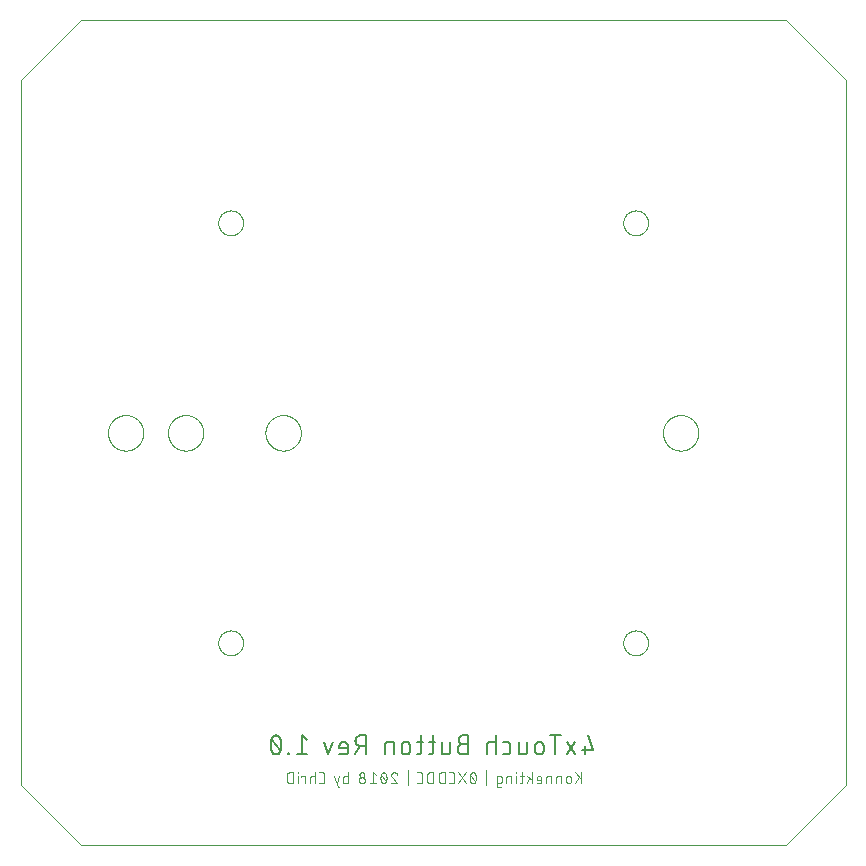
<source format=gbo>
G75*
%MOIN*%
%OFA0B0*%
%FSLAX25Y25*%
%IPPOS*%
%LPD*%
%AMOC8*
5,1,8,0,0,1.08239X$1,22.5*
%
%ADD10C,0.00000*%
%ADD11C,0.00600*%
%ADD12C,0.00300*%
D10*
X0033342Y0048933D02*
X0033342Y0283933D01*
X0053342Y0303933D01*
X0058302Y0303894D01*
X0053342Y0303933D02*
X0288342Y0303933D01*
X0308342Y0283933D01*
X0308342Y0048933D01*
X0288342Y0028933D01*
X0053342Y0028933D01*
X0033342Y0048933D01*
X0099208Y0096433D02*
X0099210Y0096561D01*
X0099216Y0096689D01*
X0099226Y0096816D01*
X0099240Y0096944D01*
X0099257Y0097070D01*
X0099279Y0097196D01*
X0099305Y0097322D01*
X0099334Y0097446D01*
X0099367Y0097570D01*
X0099404Y0097692D01*
X0099445Y0097813D01*
X0099490Y0097933D01*
X0099538Y0098052D01*
X0099590Y0098169D01*
X0099646Y0098284D01*
X0099705Y0098398D01*
X0099767Y0098509D01*
X0099833Y0098619D01*
X0099902Y0098726D01*
X0099975Y0098832D01*
X0100051Y0098935D01*
X0100130Y0099035D01*
X0100212Y0099134D01*
X0100297Y0099229D01*
X0100385Y0099322D01*
X0100476Y0099412D01*
X0100569Y0099499D01*
X0100666Y0099584D01*
X0100764Y0099665D01*
X0100866Y0099743D01*
X0100969Y0099818D01*
X0101075Y0099890D01*
X0101183Y0099959D01*
X0101293Y0100024D01*
X0101406Y0100085D01*
X0101520Y0100144D01*
X0101635Y0100198D01*
X0101753Y0100249D01*
X0101871Y0100297D01*
X0101992Y0100340D01*
X0102113Y0100380D01*
X0102236Y0100416D01*
X0102360Y0100449D01*
X0102485Y0100477D01*
X0102610Y0100502D01*
X0102736Y0100522D01*
X0102863Y0100539D01*
X0102991Y0100552D01*
X0103118Y0100561D01*
X0103246Y0100566D01*
X0103374Y0100567D01*
X0103502Y0100564D01*
X0103630Y0100557D01*
X0103757Y0100546D01*
X0103884Y0100531D01*
X0104011Y0100513D01*
X0104137Y0100490D01*
X0104262Y0100463D01*
X0104386Y0100433D01*
X0104509Y0100399D01*
X0104632Y0100361D01*
X0104753Y0100319D01*
X0104872Y0100273D01*
X0104990Y0100224D01*
X0105107Y0100171D01*
X0105222Y0100115D01*
X0105335Y0100055D01*
X0105446Y0099992D01*
X0105555Y0099925D01*
X0105662Y0099855D01*
X0105767Y0099781D01*
X0105869Y0099705D01*
X0105969Y0099625D01*
X0106067Y0099542D01*
X0106162Y0099456D01*
X0106254Y0099367D01*
X0106343Y0099276D01*
X0106430Y0099182D01*
X0106513Y0099085D01*
X0106594Y0098985D01*
X0106671Y0098884D01*
X0106746Y0098779D01*
X0106817Y0098673D01*
X0106884Y0098564D01*
X0106949Y0098454D01*
X0107009Y0098341D01*
X0107067Y0098227D01*
X0107120Y0098111D01*
X0107170Y0097993D01*
X0107217Y0097874D01*
X0107260Y0097753D01*
X0107299Y0097631D01*
X0107334Y0097508D01*
X0107365Y0097384D01*
X0107393Y0097259D01*
X0107416Y0097133D01*
X0107436Y0097007D01*
X0107452Y0096880D01*
X0107464Y0096753D01*
X0107472Y0096625D01*
X0107476Y0096497D01*
X0107476Y0096369D01*
X0107472Y0096241D01*
X0107464Y0096113D01*
X0107452Y0095986D01*
X0107436Y0095859D01*
X0107416Y0095733D01*
X0107393Y0095607D01*
X0107365Y0095482D01*
X0107334Y0095358D01*
X0107299Y0095235D01*
X0107260Y0095113D01*
X0107217Y0094992D01*
X0107170Y0094873D01*
X0107120Y0094755D01*
X0107067Y0094639D01*
X0107009Y0094525D01*
X0106949Y0094412D01*
X0106884Y0094302D01*
X0106817Y0094193D01*
X0106746Y0094087D01*
X0106671Y0093982D01*
X0106594Y0093881D01*
X0106513Y0093781D01*
X0106430Y0093684D01*
X0106343Y0093590D01*
X0106254Y0093499D01*
X0106162Y0093410D01*
X0106067Y0093324D01*
X0105969Y0093241D01*
X0105869Y0093161D01*
X0105767Y0093085D01*
X0105662Y0093011D01*
X0105555Y0092941D01*
X0105446Y0092874D01*
X0105335Y0092811D01*
X0105222Y0092751D01*
X0105107Y0092695D01*
X0104990Y0092642D01*
X0104872Y0092593D01*
X0104753Y0092547D01*
X0104632Y0092505D01*
X0104509Y0092467D01*
X0104386Y0092433D01*
X0104262Y0092403D01*
X0104137Y0092376D01*
X0104011Y0092353D01*
X0103884Y0092335D01*
X0103757Y0092320D01*
X0103630Y0092309D01*
X0103502Y0092302D01*
X0103374Y0092299D01*
X0103246Y0092300D01*
X0103118Y0092305D01*
X0102991Y0092314D01*
X0102863Y0092327D01*
X0102736Y0092344D01*
X0102610Y0092364D01*
X0102485Y0092389D01*
X0102360Y0092417D01*
X0102236Y0092450D01*
X0102113Y0092486D01*
X0101992Y0092526D01*
X0101871Y0092569D01*
X0101753Y0092617D01*
X0101635Y0092668D01*
X0101520Y0092722D01*
X0101406Y0092781D01*
X0101293Y0092842D01*
X0101183Y0092907D01*
X0101075Y0092976D01*
X0100969Y0093048D01*
X0100866Y0093123D01*
X0100764Y0093201D01*
X0100666Y0093282D01*
X0100569Y0093367D01*
X0100476Y0093454D01*
X0100385Y0093544D01*
X0100297Y0093637D01*
X0100212Y0093732D01*
X0100130Y0093831D01*
X0100051Y0093931D01*
X0099975Y0094034D01*
X0099902Y0094140D01*
X0099833Y0094247D01*
X0099767Y0094357D01*
X0099705Y0094468D01*
X0099646Y0094582D01*
X0099590Y0094697D01*
X0099538Y0094814D01*
X0099490Y0094933D01*
X0099445Y0095053D01*
X0099404Y0095174D01*
X0099367Y0095296D01*
X0099334Y0095420D01*
X0099305Y0095544D01*
X0099279Y0095670D01*
X0099257Y0095796D01*
X0099240Y0095922D01*
X0099226Y0096050D01*
X0099216Y0096177D01*
X0099210Y0096305D01*
X0099208Y0096433D01*
X0082436Y0166433D02*
X0082438Y0166586D01*
X0082444Y0166740D01*
X0082454Y0166893D01*
X0082468Y0167045D01*
X0082486Y0167198D01*
X0082508Y0167349D01*
X0082533Y0167500D01*
X0082563Y0167651D01*
X0082597Y0167801D01*
X0082634Y0167949D01*
X0082675Y0168097D01*
X0082720Y0168243D01*
X0082769Y0168389D01*
X0082822Y0168533D01*
X0082878Y0168675D01*
X0082938Y0168816D01*
X0083002Y0168956D01*
X0083069Y0169094D01*
X0083140Y0169230D01*
X0083215Y0169364D01*
X0083292Y0169496D01*
X0083374Y0169626D01*
X0083458Y0169754D01*
X0083546Y0169880D01*
X0083637Y0170003D01*
X0083731Y0170124D01*
X0083829Y0170242D01*
X0083929Y0170358D01*
X0084033Y0170471D01*
X0084139Y0170582D01*
X0084248Y0170690D01*
X0084360Y0170795D01*
X0084474Y0170896D01*
X0084592Y0170995D01*
X0084711Y0171091D01*
X0084833Y0171184D01*
X0084958Y0171273D01*
X0085085Y0171360D01*
X0085214Y0171442D01*
X0085345Y0171522D01*
X0085478Y0171598D01*
X0085613Y0171671D01*
X0085750Y0171740D01*
X0085889Y0171805D01*
X0086029Y0171867D01*
X0086171Y0171925D01*
X0086314Y0171980D01*
X0086459Y0172031D01*
X0086605Y0172078D01*
X0086752Y0172121D01*
X0086900Y0172160D01*
X0087049Y0172196D01*
X0087199Y0172227D01*
X0087350Y0172255D01*
X0087501Y0172279D01*
X0087654Y0172299D01*
X0087806Y0172315D01*
X0087959Y0172327D01*
X0088112Y0172335D01*
X0088265Y0172339D01*
X0088419Y0172339D01*
X0088572Y0172335D01*
X0088725Y0172327D01*
X0088878Y0172315D01*
X0089030Y0172299D01*
X0089183Y0172279D01*
X0089334Y0172255D01*
X0089485Y0172227D01*
X0089635Y0172196D01*
X0089784Y0172160D01*
X0089932Y0172121D01*
X0090079Y0172078D01*
X0090225Y0172031D01*
X0090370Y0171980D01*
X0090513Y0171925D01*
X0090655Y0171867D01*
X0090795Y0171805D01*
X0090934Y0171740D01*
X0091071Y0171671D01*
X0091206Y0171598D01*
X0091339Y0171522D01*
X0091470Y0171442D01*
X0091599Y0171360D01*
X0091726Y0171273D01*
X0091851Y0171184D01*
X0091973Y0171091D01*
X0092092Y0170995D01*
X0092210Y0170896D01*
X0092324Y0170795D01*
X0092436Y0170690D01*
X0092545Y0170582D01*
X0092651Y0170471D01*
X0092755Y0170358D01*
X0092855Y0170242D01*
X0092953Y0170124D01*
X0093047Y0170003D01*
X0093138Y0169880D01*
X0093226Y0169754D01*
X0093310Y0169626D01*
X0093392Y0169496D01*
X0093469Y0169364D01*
X0093544Y0169230D01*
X0093615Y0169094D01*
X0093682Y0168956D01*
X0093746Y0168816D01*
X0093806Y0168675D01*
X0093862Y0168533D01*
X0093915Y0168389D01*
X0093964Y0168243D01*
X0094009Y0168097D01*
X0094050Y0167949D01*
X0094087Y0167801D01*
X0094121Y0167651D01*
X0094151Y0167500D01*
X0094176Y0167349D01*
X0094198Y0167198D01*
X0094216Y0167045D01*
X0094230Y0166893D01*
X0094240Y0166740D01*
X0094246Y0166586D01*
X0094248Y0166433D01*
X0094246Y0166280D01*
X0094240Y0166126D01*
X0094230Y0165973D01*
X0094216Y0165821D01*
X0094198Y0165668D01*
X0094176Y0165517D01*
X0094151Y0165366D01*
X0094121Y0165215D01*
X0094087Y0165065D01*
X0094050Y0164917D01*
X0094009Y0164769D01*
X0093964Y0164623D01*
X0093915Y0164477D01*
X0093862Y0164333D01*
X0093806Y0164191D01*
X0093746Y0164050D01*
X0093682Y0163910D01*
X0093615Y0163772D01*
X0093544Y0163636D01*
X0093469Y0163502D01*
X0093392Y0163370D01*
X0093310Y0163240D01*
X0093226Y0163112D01*
X0093138Y0162986D01*
X0093047Y0162863D01*
X0092953Y0162742D01*
X0092855Y0162624D01*
X0092755Y0162508D01*
X0092651Y0162395D01*
X0092545Y0162284D01*
X0092436Y0162176D01*
X0092324Y0162071D01*
X0092210Y0161970D01*
X0092092Y0161871D01*
X0091973Y0161775D01*
X0091851Y0161682D01*
X0091726Y0161593D01*
X0091599Y0161506D01*
X0091470Y0161424D01*
X0091339Y0161344D01*
X0091206Y0161268D01*
X0091071Y0161195D01*
X0090934Y0161126D01*
X0090795Y0161061D01*
X0090655Y0160999D01*
X0090513Y0160941D01*
X0090370Y0160886D01*
X0090225Y0160835D01*
X0090079Y0160788D01*
X0089932Y0160745D01*
X0089784Y0160706D01*
X0089635Y0160670D01*
X0089485Y0160639D01*
X0089334Y0160611D01*
X0089183Y0160587D01*
X0089030Y0160567D01*
X0088878Y0160551D01*
X0088725Y0160539D01*
X0088572Y0160531D01*
X0088419Y0160527D01*
X0088265Y0160527D01*
X0088112Y0160531D01*
X0087959Y0160539D01*
X0087806Y0160551D01*
X0087654Y0160567D01*
X0087501Y0160587D01*
X0087350Y0160611D01*
X0087199Y0160639D01*
X0087049Y0160670D01*
X0086900Y0160706D01*
X0086752Y0160745D01*
X0086605Y0160788D01*
X0086459Y0160835D01*
X0086314Y0160886D01*
X0086171Y0160941D01*
X0086029Y0160999D01*
X0085889Y0161061D01*
X0085750Y0161126D01*
X0085613Y0161195D01*
X0085478Y0161268D01*
X0085345Y0161344D01*
X0085214Y0161424D01*
X0085085Y0161506D01*
X0084958Y0161593D01*
X0084833Y0161682D01*
X0084711Y0161775D01*
X0084592Y0161871D01*
X0084474Y0161970D01*
X0084360Y0162071D01*
X0084248Y0162176D01*
X0084139Y0162284D01*
X0084033Y0162395D01*
X0083929Y0162508D01*
X0083829Y0162624D01*
X0083731Y0162742D01*
X0083637Y0162863D01*
X0083546Y0162986D01*
X0083458Y0163112D01*
X0083374Y0163240D01*
X0083292Y0163370D01*
X0083215Y0163502D01*
X0083140Y0163636D01*
X0083069Y0163772D01*
X0083002Y0163910D01*
X0082938Y0164050D01*
X0082878Y0164191D01*
X0082822Y0164333D01*
X0082769Y0164477D01*
X0082720Y0164623D01*
X0082675Y0164769D01*
X0082634Y0164917D01*
X0082597Y0165065D01*
X0082563Y0165215D01*
X0082533Y0165366D01*
X0082508Y0165517D01*
X0082486Y0165668D01*
X0082468Y0165821D01*
X0082454Y0165973D01*
X0082444Y0166126D01*
X0082438Y0166280D01*
X0082436Y0166433D01*
X0062436Y0166433D02*
X0062438Y0166586D01*
X0062444Y0166740D01*
X0062454Y0166893D01*
X0062468Y0167045D01*
X0062486Y0167198D01*
X0062508Y0167349D01*
X0062533Y0167500D01*
X0062563Y0167651D01*
X0062597Y0167801D01*
X0062634Y0167949D01*
X0062675Y0168097D01*
X0062720Y0168243D01*
X0062769Y0168389D01*
X0062822Y0168533D01*
X0062878Y0168675D01*
X0062938Y0168816D01*
X0063002Y0168956D01*
X0063069Y0169094D01*
X0063140Y0169230D01*
X0063215Y0169364D01*
X0063292Y0169496D01*
X0063374Y0169626D01*
X0063458Y0169754D01*
X0063546Y0169880D01*
X0063637Y0170003D01*
X0063731Y0170124D01*
X0063829Y0170242D01*
X0063929Y0170358D01*
X0064033Y0170471D01*
X0064139Y0170582D01*
X0064248Y0170690D01*
X0064360Y0170795D01*
X0064474Y0170896D01*
X0064592Y0170995D01*
X0064711Y0171091D01*
X0064833Y0171184D01*
X0064958Y0171273D01*
X0065085Y0171360D01*
X0065214Y0171442D01*
X0065345Y0171522D01*
X0065478Y0171598D01*
X0065613Y0171671D01*
X0065750Y0171740D01*
X0065889Y0171805D01*
X0066029Y0171867D01*
X0066171Y0171925D01*
X0066314Y0171980D01*
X0066459Y0172031D01*
X0066605Y0172078D01*
X0066752Y0172121D01*
X0066900Y0172160D01*
X0067049Y0172196D01*
X0067199Y0172227D01*
X0067350Y0172255D01*
X0067501Y0172279D01*
X0067654Y0172299D01*
X0067806Y0172315D01*
X0067959Y0172327D01*
X0068112Y0172335D01*
X0068265Y0172339D01*
X0068419Y0172339D01*
X0068572Y0172335D01*
X0068725Y0172327D01*
X0068878Y0172315D01*
X0069030Y0172299D01*
X0069183Y0172279D01*
X0069334Y0172255D01*
X0069485Y0172227D01*
X0069635Y0172196D01*
X0069784Y0172160D01*
X0069932Y0172121D01*
X0070079Y0172078D01*
X0070225Y0172031D01*
X0070370Y0171980D01*
X0070513Y0171925D01*
X0070655Y0171867D01*
X0070795Y0171805D01*
X0070934Y0171740D01*
X0071071Y0171671D01*
X0071206Y0171598D01*
X0071339Y0171522D01*
X0071470Y0171442D01*
X0071599Y0171360D01*
X0071726Y0171273D01*
X0071851Y0171184D01*
X0071973Y0171091D01*
X0072092Y0170995D01*
X0072210Y0170896D01*
X0072324Y0170795D01*
X0072436Y0170690D01*
X0072545Y0170582D01*
X0072651Y0170471D01*
X0072755Y0170358D01*
X0072855Y0170242D01*
X0072953Y0170124D01*
X0073047Y0170003D01*
X0073138Y0169880D01*
X0073226Y0169754D01*
X0073310Y0169626D01*
X0073392Y0169496D01*
X0073469Y0169364D01*
X0073544Y0169230D01*
X0073615Y0169094D01*
X0073682Y0168956D01*
X0073746Y0168816D01*
X0073806Y0168675D01*
X0073862Y0168533D01*
X0073915Y0168389D01*
X0073964Y0168243D01*
X0074009Y0168097D01*
X0074050Y0167949D01*
X0074087Y0167801D01*
X0074121Y0167651D01*
X0074151Y0167500D01*
X0074176Y0167349D01*
X0074198Y0167198D01*
X0074216Y0167045D01*
X0074230Y0166893D01*
X0074240Y0166740D01*
X0074246Y0166586D01*
X0074248Y0166433D01*
X0074246Y0166280D01*
X0074240Y0166126D01*
X0074230Y0165973D01*
X0074216Y0165821D01*
X0074198Y0165668D01*
X0074176Y0165517D01*
X0074151Y0165366D01*
X0074121Y0165215D01*
X0074087Y0165065D01*
X0074050Y0164917D01*
X0074009Y0164769D01*
X0073964Y0164623D01*
X0073915Y0164477D01*
X0073862Y0164333D01*
X0073806Y0164191D01*
X0073746Y0164050D01*
X0073682Y0163910D01*
X0073615Y0163772D01*
X0073544Y0163636D01*
X0073469Y0163502D01*
X0073392Y0163370D01*
X0073310Y0163240D01*
X0073226Y0163112D01*
X0073138Y0162986D01*
X0073047Y0162863D01*
X0072953Y0162742D01*
X0072855Y0162624D01*
X0072755Y0162508D01*
X0072651Y0162395D01*
X0072545Y0162284D01*
X0072436Y0162176D01*
X0072324Y0162071D01*
X0072210Y0161970D01*
X0072092Y0161871D01*
X0071973Y0161775D01*
X0071851Y0161682D01*
X0071726Y0161593D01*
X0071599Y0161506D01*
X0071470Y0161424D01*
X0071339Y0161344D01*
X0071206Y0161268D01*
X0071071Y0161195D01*
X0070934Y0161126D01*
X0070795Y0161061D01*
X0070655Y0160999D01*
X0070513Y0160941D01*
X0070370Y0160886D01*
X0070225Y0160835D01*
X0070079Y0160788D01*
X0069932Y0160745D01*
X0069784Y0160706D01*
X0069635Y0160670D01*
X0069485Y0160639D01*
X0069334Y0160611D01*
X0069183Y0160587D01*
X0069030Y0160567D01*
X0068878Y0160551D01*
X0068725Y0160539D01*
X0068572Y0160531D01*
X0068419Y0160527D01*
X0068265Y0160527D01*
X0068112Y0160531D01*
X0067959Y0160539D01*
X0067806Y0160551D01*
X0067654Y0160567D01*
X0067501Y0160587D01*
X0067350Y0160611D01*
X0067199Y0160639D01*
X0067049Y0160670D01*
X0066900Y0160706D01*
X0066752Y0160745D01*
X0066605Y0160788D01*
X0066459Y0160835D01*
X0066314Y0160886D01*
X0066171Y0160941D01*
X0066029Y0160999D01*
X0065889Y0161061D01*
X0065750Y0161126D01*
X0065613Y0161195D01*
X0065478Y0161268D01*
X0065345Y0161344D01*
X0065214Y0161424D01*
X0065085Y0161506D01*
X0064958Y0161593D01*
X0064833Y0161682D01*
X0064711Y0161775D01*
X0064592Y0161871D01*
X0064474Y0161970D01*
X0064360Y0162071D01*
X0064248Y0162176D01*
X0064139Y0162284D01*
X0064033Y0162395D01*
X0063929Y0162508D01*
X0063829Y0162624D01*
X0063731Y0162742D01*
X0063637Y0162863D01*
X0063546Y0162986D01*
X0063458Y0163112D01*
X0063374Y0163240D01*
X0063292Y0163370D01*
X0063215Y0163502D01*
X0063140Y0163636D01*
X0063069Y0163772D01*
X0063002Y0163910D01*
X0062938Y0164050D01*
X0062878Y0164191D01*
X0062822Y0164333D01*
X0062769Y0164477D01*
X0062720Y0164623D01*
X0062675Y0164769D01*
X0062634Y0164917D01*
X0062597Y0165065D01*
X0062563Y0165215D01*
X0062533Y0165366D01*
X0062508Y0165517D01*
X0062486Y0165668D01*
X0062468Y0165821D01*
X0062454Y0165973D01*
X0062444Y0166126D01*
X0062438Y0166280D01*
X0062436Y0166433D01*
X0114936Y0166433D02*
X0114938Y0166586D01*
X0114944Y0166740D01*
X0114954Y0166893D01*
X0114968Y0167045D01*
X0114986Y0167198D01*
X0115008Y0167349D01*
X0115033Y0167500D01*
X0115063Y0167651D01*
X0115097Y0167801D01*
X0115134Y0167949D01*
X0115175Y0168097D01*
X0115220Y0168243D01*
X0115269Y0168389D01*
X0115322Y0168533D01*
X0115378Y0168675D01*
X0115438Y0168816D01*
X0115502Y0168956D01*
X0115569Y0169094D01*
X0115640Y0169230D01*
X0115715Y0169364D01*
X0115792Y0169496D01*
X0115874Y0169626D01*
X0115958Y0169754D01*
X0116046Y0169880D01*
X0116137Y0170003D01*
X0116231Y0170124D01*
X0116329Y0170242D01*
X0116429Y0170358D01*
X0116533Y0170471D01*
X0116639Y0170582D01*
X0116748Y0170690D01*
X0116860Y0170795D01*
X0116974Y0170896D01*
X0117092Y0170995D01*
X0117211Y0171091D01*
X0117333Y0171184D01*
X0117458Y0171273D01*
X0117585Y0171360D01*
X0117714Y0171442D01*
X0117845Y0171522D01*
X0117978Y0171598D01*
X0118113Y0171671D01*
X0118250Y0171740D01*
X0118389Y0171805D01*
X0118529Y0171867D01*
X0118671Y0171925D01*
X0118814Y0171980D01*
X0118959Y0172031D01*
X0119105Y0172078D01*
X0119252Y0172121D01*
X0119400Y0172160D01*
X0119549Y0172196D01*
X0119699Y0172227D01*
X0119850Y0172255D01*
X0120001Y0172279D01*
X0120154Y0172299D01*
X0120306Y0172315D01*
X0120459Y0172327D01*
X0120612Y0172335D01*
X0120765Y0172339D01*
X0120919Y0172339D01*
X0121072Y0172335D01*
X0121225Y0172327D01*
X0121378Y0172315D01*
X0121530Y0172299D01*
X0121683Y0172279D01*
X0121834Y0172255D01*
X0121985Y0172227D01*
X0122135Y0172196D01*
X0122284Y0172160D01*
X0122432Y0172121D01*
X0122579Y0172078D01*
X0122725Y0172031D01*
X0122870Y0171980D01*
X0123013Y0171925D01*
X0123155Y0171867D01*
X0123295Y0171805D01*
X0123434Y0171740D01*
X0123571Y0171671D01*
X0123706Y0171598D01*
X0123839Y0171522D01*
X0123970Y0171442D01*
X0124099Y0171360D01*
X0124226Y0171273D01*
X0124351Y0171184D01*
X0124473Y0171091D01*
X0124592Y0170995D01*
X0124710Y0170896D01*
X0124824Y0170795D01*
X0124936Y0170690D01*
X0125045Y0170582D01*
X0125151Y0170471D01*
X0125255Y0170358D01*
X0125355Y0170242D01*
X0125453Y0170124D01*
X0125547Y0170003D01*
X0125638Y0169880D01*
X0125726Y0169754D01*
X0125810Y0169626D01*
X0125892Y0169496D01*
X0125969Y0169364D01*
X0126044Y0169230D01*
X0126115Y0169094D01*
X0126182Y0168956D01*
X0126246Y0168816D01*
X0126306Y0168675D01*
X0126362Y0168533D01*
X0126415Y0168389D01*
X0126464Y0168243D01*
X0126509Y0168097D01*
X0126550Y0167949D01*
X0126587Y0167801D01*
X0126621Y0167651D01*
X0126651Y0167500D01*
X0126676Y0167349D01*
X0126698Y0167198D01*
X0126716Y0167045D01*
X0126730Y0166893D01*
X0126740Y0166740D01*
X0126746Y0166586D01*
X0126748Y0166433D01*
X0126746Y0166280D01*
X0126740Y0166126D01*
X0126730Y0165973D01*
X0126716Y0165821D01*
X0126698Y0165668D01*
X0126676Y0165517D01*
X0126651Y0165366D01*
X0126621Y0165215D01*
X0126587Y0165065D01*
X0126550Y0164917D01*
X0126509Y0164769D01*
X0126464Y0164623D01*
X0126415Y0164477D01*
X0126362Y0164333D01*
X0126306Y0164191D01*
X0126246Y0164050D01*
X0126182Y0163910D01*
X0126115Y0163772D01*
X0126044Y0163636D01*
X0125969Y0163502D01*
X0125892Y0163370D01*
X0125810Y0163240D01*
X0125726Y0163112D01*
X0125638Y0162986D01*
X0125547Y0162863D01*
X0125453Y0162742D01*
X0125355Y0162624D01*
X0125255Y0162508D01*
X0125151Y0162395D01*
X0125045Y0162284D01*
X0124936Y0162176D01*
X0124824Y0162071D01*
X0124710Y0161970D01*
X0124592Y0161871D01*
X0124473Y0161775D01*
X0124351Y0161682D01*
X0124226Y0161593D01*
X0124099Y0161506D01*
X0123970Y0161424D01*
X0123839Y0161344D01*
X0123706Y0161268D01*
X0123571Y0161195D01*
X0123434Y0161126D01*
X0123295Y0161061D01*
X0123155Y0160999D01*
X0123013Y0160941D01*
X0122870Y0160886D01*
X0122725Y0160835D01*
X0122579Y0160788D01*
X0122432Y0160745D01*
X0122284Y0160706D01*
X0122135Y0160670D01*
X0121985Y0160639D01*
X0121834Y0160611D01*
X0121683Y0160587D01*
X0121530Y0160567D01*
X0121378Y0160551D01*
X0121225Y0160539D01*
X0121072Y0160531D01*
X0120919Y0160527D01*
X0120765Y0160527D01*
X0120612Y0160531D01*
X0120459Y0160539D01*
X0120306Y0160551D01*
X0120154Y0160567D01*
X0120001Y0160587D01*
X0119850Y0160611D01*
X0119699Y0160639D01*
X0119549Y0160670D01*
X0119400Y0160706D01*
X0119252Y0160745D01*
X0119105Y0160788D01*
X0118959Y0160835D01*
X0118814Y0160886D01*
X0118671Y0160941D01*
X0118529Y0160999D01*
X0118389Y0161061D01*
X0118250Y0161126D01*
X0118113Y0161195D01*
X0117978Y0161268D01*
X0117845Y0161344D01*
X0117714Y0161424D01*
X0117585Y0161506D01*
X0117458Y0161593D01*
X0117333Y0161682D01*
X0117211Y0161775D01*
X0117092Y0161871D01*
X0116974Y0161970D01*
X0116860Y0162071D01*
X0116748Y0162176D01*
X0116639Y0162284D01*
X0116533Y0162395D01*
X0116429Y0162508D01*
X0116329Y0162624D01*
X0116231Y0162742D01*
X0116137Y0162863D01*
X0116046Y0162986D01*
X0115958Y0163112D01*
X0115874Y0163240D01*
X0115792Y0163370D01*
X0115715Y0163502D01*
X0115640Y0163636D01*
X0115569Y0163772D01*
X0115502Y0163910D01*
X0115438Y0164050D01*
X0115378Y0164191D01*
X0115322Y0164333D01*
X0115269Y0164477D01*
X0115220Y0164623D01*
X0115175Y0164769D01*
X0115134Y0164917D01*
X0115097Y0165065D01*
X0115063Y0165215D01*
X0115033Y0165366D01*
X0115008Y0165517D01*
X0114986Y0165668D01*
X0114968Y0165821D01*
X0114954Y0165973D01*
X0114944Y0166126D01*
X0114938Y0166280D01*
X0114936Y0166433D01*
X0099208Y0236433D02*
X0099210Y0236561D01*
X0099216Y0236689D01*
X0099226Y0236816D01*
X0099240Y0236944D01*
X0099257Y0237070D01*
X0099279Y0237196D01*
X0099305Y0237322D01*
X0099334Y0237446D01*
X0099367Y0237570D01*
X0099404Y0237692D01*
X0099445Y0237813D01*
X0099490Y0237933D01*
X0099538Y0238052D01*
X0099590Y0238169D01*
X0099646Y0238284D01*
X0099705Y0238398D01*
X0099767Y0238509D01*
X0099833Y0238619D01*
X0099902Y0238726D01*
X0099975Y0238832D01*
X0100051Y0238935D01*
X0100130Y0239035D01*
X0100212Y0239134D01*
X0100297Y0239229D01*
X0100385Y0239322D01*
X0100476Y0239412D01*
X0100569Y0239499D01*
X0100666Y0239584D01*
X0100764Y0239665D01*
X0100866Y0239743D01*
X0100969Y0239818D01*
X0101075Y0239890D01*
X0101183Y0239959D01*
X0101293Y0240024D01*
X0101406Y0240085D01*
X0101520Y0240144D01*
X0101635Y0240198D01*
X0101753Y0240249D01*
X0101871Y0240297D01*
X0101992Y0240340D01*
X0102113Y0240380D01*
X0102236Y0240416D01*
X0102360Y0240449D01*
X0102485Y0240477D01*
X0102610Y0240502D01*
X0102736Y0240522D01*
X0102863Y0240539D01*
X0102991Y0240552D01*
X0103118Y0240561D01*
X0103246Y0240566D01*
X0103374Y0240567D01*
X0103502Y0240564D01*
X0103630Y0240557D01*
X0103757Y0240546D01*
X0103884Y0240531D01*
X0104011Y0240513D01*
X0104137Y0240490D01*
X0104262Y0240463D01*
X0104386Y0240433D01*
X0104509Y0240399D01*
X0104632Y0240361D01*
X0104753Y0240319D01*
X0104872Y0240273D01*
X0104990Y0240224D01*
X0105107Y0240171D01*
X0105222Y0240115D01*
X0105335Y0240055D01*
X0105446Y0239992D01*
X0105555Y0239925D01*
X0105662Y0239855D01*
X0105767Y0239781D01*
X0105869Y0239705D01*
X0105969Y0239625D01*
X0106067Y0239542D01*
X0106162Y0239456D01*
X0106254Y0239367D01*
X0106343Y0239276D01*
X0106430Y0239182D01*
X0106513Y0239085D01*
X0106594Y0238985D01*
X0106671Y0238884D01*
X0106746Y0238779D01*
X0106817Y0238673D01*
X0106884Y0238564D01*
X0106949Y0238454D01*
X0107009Y0238341D01*
X0107067Y0238227D01*
X0107120Y0238111D01*
X0107170Y0237993D01*
X0107217Y0237874D01*
X0107260Y0237753D01*
X0107299Y0237631D01*
X0107334Y0237508D01*
X0107365Y0237384D01*
X0107393Y0237259D01*
X0107416Y0237133D01*
X0107436Y0237007D01*
X0107452Y0236880D01*
X0107464Y0236753D01*
X0107472Y0236625D01*
X0107476Y0236497D01*
X0107476Y0236369D01*
X0107472Y0236241D01*
X0107464Y0236113D01*
X0107452Y0235986D01*
X0107436Y0235859D01*
X0107416Y0235733D01*
X0107393Y0235607D01*
X0107365Y0235482D01*
X0107334Y0235358D01*
X0107299Y0235235D01*
X0107260Y0235113D01*
X0107217Y0234992D01*
X0107170Y0234873D01*
X0107120Y0234755D01*
X0107067Y0234639D01*
X0107009Y0234525D01*
X0106949Y0234412D01*
X0106884Y0234302D01*
X0106817Y0234193D01*
X0106746Y0234087D01*
X0106671Y0233982D01*
X0106594Y0233881D01*
X0106513Y0233781D01*
X0106430Y0233684D01*
X0106343Y0233590D01*
X0106254Y0233499D01*
X0106162Y0233410D01*
X0106067Y0233324D01*
X0105969Y0233241D01*
X0105869Y0233161D01*
X0105767Y0233085D01*
X0105662Y0233011D01*
X0105555Y0232941D01*
X0105446Y0232874D01*
X0105335Y0232811D01*
X0105222Y0232751D01*
X0105107Y0232695D01*
X0104990Y0232642D01*
X0104872Y0232593D01*
X0104753Y0232547D01*
X0104632Y0232505D01*
X0104509Y0232467D01*
X0104386Y0232433D01*
X0104262Y0232403D01*
X0104137Y0232376D01*
X0104011Y0232353D01*
X0103884Y0232335D01*
X0103757Y0232320D01*
X0103630Y0232309D01*
X0103502Y0232302D01*
X0103374Y0232299D01*
X0103246Y0232300D01*
X0103118Y0232305D01*
X0102991Y0232314D01*
X0102863Y0232327D01*
X0102736Y0232344D01*
X0102610Y0232364D01*
X0102485Y0232389D01*
X0102360Y0232417D01*
X0102236Y0232450D01*
X0102113Y0232486D01*
X0101992Y0232526D01*
X0101871Y0232569D01*
X0101753Y0232617D01*
X0101635Y0232668D01*
X0101520Y0232722D01*
X0101406Y0232781D01*
X0101293Y0232842D01*
X0101183Y0232907D01*
X0101075Y0232976D01*
X0100969Y0233048D01*
X0100866Y0233123D01*
X0100764Y0233201D01*
X0100666Y0233282D01*
X0100569Y0233367D01*
X0100476Y0233454D01*
X0100385Y0233544D01*
X0100297Y0233637D01*
X0100212Y0233732D01*
X0100130Y0233831D01*
X0100051Y0233931D01*
X0099975Y0234034D01*
X0099902Y0234140D01*
X0099833Y0234247D01*
X0099767Y0234357D01*
X0099705Y0234468D01*
X0099646Y0234582D01*
X0099590Y0234697D01*
X0099538Y0234814D01*
X0099490Y0234933D01*
X0099445Y0235053D01*
X0099404Y0235174D01*
X0099367Y0235296D01*
X0099334Y0235420D01*
X0099305Y0235544D01*
X0099279Y0235670D01*
X0099257Y0235796D01*
X0099240Y0235922D01*
X0099226Y0236050D01*
X0099216Y0236177D01*
X0099210Y0236305D01*
X0099208Y0236433D01*
X0234208Y0236433D02*
X0234210Y0236561D01*
X0234216Y0236689D01*
X0234226Y0236816D01*
X0234240Y0236944D01*
X0234257Y0237070D01*
X0234279Y0237196D01*
X0234305Y0237322D01*
X0234334Y0237446D01*
X0234367Y0237570D01*
X0234404Y0237692D01*
X0234445Y0237813D01*
X0234490Y0237933D01*
X0234538Y0238052D01*
X0234590Y0238169D01*
X0234646Y0238284D01*
X0234705Y0238398D01*
X0234767Y0238509D01*
X0234833Y0238619D01*
X0234902Y0238726D01*
X0234975Y0238832D01*
X0235051Y0238935D01*
X0235130Y0239035D01*
X0235212Y0239134D01*
X0235297Y0239229D01*
X0235385Y0239322D01*
X0235476Y0239412D01*
X0235569Y0239499D01*
X0235666Y0239584D01*
X0235764Y0239665D01*
X0235866Y0239743D01*
X0235969Y0239818D01*
X0236075Y0239890D01*
X0236183Y0239959D01*
X0236293Y0240024D01*
X0236406Y0240085D01*
X0236520Y0240144D01*
X0236635Y0240198D01*
X0236753Y0240249D01*
X0236871Y0240297D01*
X0236992Y0240340D01*
X0237113Y0240380D01*
X0237236Y0240416D01*
X0237360Y0240449D01*
X0237485Y0240477D01*
X0237610Y0240502D01*
X0237736Y0240522D01*
X0237863Y0240539D01*
X0237991Y0240552D01*
X0238118Y0240561D01*
X0238246Y0240566D01*
X0238374Y0240567D01*
X0238502Y0240564D01*
X0238630Y0240557D01*
X0238757Y0240546D01*
X0238884Y0240531D01*
X0239011Y0240513D01*
X0239137Y0240490D01*
X0239262Y0240463D01*
X0239386Y0240433D01*
X0239509Y0240399D01*
X0239632Y0240361D01*
X0239753Y0240319D01*
X0239872Y0240273D01*
X0239990Y0240224D01*
X0240107Y0240171D01*
X0240222Y0240115D01*
X0240335Y0240055D01*
X0240446Y0239992D01*
X0240555Y0239925D01*
X0240662Y0239855D01*
X0240767Y0239781D01*
X0240869Y0239705D01*
X0240969Y0239625D01*
X0241067Y0239542D01*
X0241162Y0239456D01*
X0241254Y0239367D01*
X0241343Y0239276D01*
X0241430Y0239182D01*
X0241513Y0239085D01*
X0241594Y0238985D01*
X0241671Y0238884D01*
X0241746Y0238779D01*
X0241817Y0238673D01*
X0241884Y0238564D01*
X0241949Y0238454D01*
X0242009Y0238341D01*
X0242067Y0238227D01*
X0242120Y0238111D01*
X0242170Y0237993D01*
X0242217Y0237874D01*
X0242260Y0237753D01*
X0242299Y0237631D01*
X0242334Y0237508D01*
X0242365Y0237384D01*
X0242393Y0237259D01*
X0242416Y0237133D01*
X0242436Y0237007D01*
X0242452Y0236880D01*
X0242464Y0236753D01*
X0242472Y0236625D01*
X0242476Y0236497D01*
X0242476Y0236369D01*
X0242472Y0236241D01*
X0242464Y0236113D01*
X0242452Y0235986D01*
X0242436Y0235859D01*
X0242416Y0235733D01*
X0242393Y0235607D01*
X0242365Y0235482D01*
X0242334Y0235358D01*
X0242299Y0235235D01*
X0242260Y0235113D01*
X0242217Y0234992D01*
X0242170Y0234873D01*
X0242120Y0234755D01*
X0242067Y0234639D01*
X0242009Y0234525D01*
X0241949Y0234412D01*
X0241884Y0234302D01*
X0241817Y0234193D01*
X0241746Y0234087D01*
X0241671Y0233982D01*
X0241594Y0233881D01*
X0241513Y0233781D01*
X0241430Y0233684D01*
X0241343Y0233590D01*
X0241254Y0233499D01*
X0241162Y0233410D01*
X0241067Y0233324D01*
X0240969Y0233241D01*
X0240869Y0233161D01*
X0240767Y0233085D01*
X0240662Y0233011D01*
X0240555Y0232941D01*
X0240446Y0232874D01*
X0240335Y0232811D01*
X0240222Y0232751D01*
X0240107Y0232695D01*
X0239990Y0232642D01*
X0239872Y0232593D01*
X0239753Y0232547D01*
X0239632Y0232505D01*
X0239509Y0232467D01*
X0239386Y0232433D01*
X0239262Y0232403D01*
X0239137Y0232376D01*
X0239011Y0232353D01*
X0238884Y0232335D01*
X0238757Y0232320D01*
X0238630Y0232309D01*
X0238502Y0232302D01*
X0238374Y0232299D01*
X0238246Y0232300D01*
X0238118Y0232305D01*
X0237991Y0232314D01*
X0237863Y0232327D01*
X0237736Y0232344D01*
X0237610Y0232364D01*
X0237485Y0232389D01*
X0237360Y0232417D01*
X0237236Y0232450D01*
X0237113Y0232486D01*
X0236992Y0232526D01*
X0236871Y0232569D01*
X0236753Y0232617D01*
X0236635Y0232668D01*
X0236520Y0232722D01*
X0236406Y0232781D01*
X0236293Y0232842D01*
X0236183Y0232907D01*
X0236075Y0232976D01*
X0235969Y0233048D01*
X0235866Y0233123D01*
X0235764Y0233201D01*
X0235666Y0233282D01*
X0235569Y0233367D01*
X0235476Y0233454D01*
X0235385Y0233544D01*
X0235297Y0233637D01*
X0235212Y0233732D01*
X0235130Y0233831D01*
X0235051Y0233931D01*
X0234975Y0234034D01*
X0234902Y0234140D01*
X0234833Y0234247D01*
X0234767Y0234357D01*
X0234705Y0234468D01*
X0234646Y0234582D01*
X0234590Y0234697D01*
X0234538Y0234814D01*
X0234490Y0234933D01*
X0234445Y0235053D01*
X0234404Y0235174D01*
X0234367Y0235296D01*
X0234334Y0235420D01*
X0234305Y0235544D01*
X0234279Y0235670D01*
X0234257Y0235796D01*
X0234240Y0235922D01*
X0234226Y0236050D01*
X0234216Y0236177D01*
X0234210Y0236305D01*
X0234208Y0236433D01*
X0247436Y0166433D02*
X0247438Y0166586D01*
X0247444Y0166740D01*
X0247454Y0166893D01*
X0247468Y0167045D01*
X0247486Y0167198D01*
X0247508Y0167349D01*
X0247533Y0167500D01*
X0247563Y0167651D01*
X0247597Y0167801D01*
X0247634Y0167949D01*
X0247675Y0168097D01*
X0247720Y0168243D01*
X0247769Y0168389D01*
X0247822Y0168533D01*
X0247878Y0168675D01*
X0247938Y0168816D01*
X0248002Y0168956D01*
X0248069Y0169094D01*
X0248140Y0169230D01*
X0248215Y0169364D01*
X0248292Y0169496D01*
X0248374Y0169626D01*
X0248458Y0169754D01*
X0248546Y0169880D01*
X0248637Y0170003D01*
X0248731Y0170124D01*
X0248829Y0170242D01*
X0248929Y0170358D01*
X0249033Y0170471D01*
X0249139Y0170582D01*
X0249248Y0170690D01*
X0249360Y0170795D01*
X0249474Y0170896D01*
X0249592Y0170995D01*
X0249711Y0171091D01*
X0249833Y0171184D01*
X0249958Y0171273D01*
X0250085Y0171360D01*
X0250214Y0171442D01*
X0250345Y0171522D01*
X0250478Y0171598D01*
X0250613Y0171671D01*
X0250750Y0171740D01*
X0250889Y0171805D01*
X0251029Y0171867D01*
X0251171Y0171925D01*
X0251314Y0171980D01*
X0251459Y0172031D01*
X0251605Y0172078D01*
X0251752Y0172121D01*
X0251900Y0172160D01*
X0252049Y0172196D01*
X0252199Y0172227D01*
X0252350Y0172255D01*
X0252501Y0172279D01*
X0252654Y0172299D01*
X0252806Y0172315D01*
X0252959Y0172327D01*
X0253112Y0172335D01*
X0253265Y0172339D01*
X0253419Y0172339D01*
X0253572Y0172335D01*
X0253725Y0172327D01*
X0253878Y0172315D01*
X0254030Y0172299D01*
X0254183Y0172279D01*
X0254334Y0172255D01*
X0254485Y0172227D01*
X0254635Y0172196D01*
X0254784Y0172160D01*
X0254932Y0172121D01*
X0255079Y0172078D01*
X0255225Y0172031D01*
X0255370Y0171980D01*
X0255513Y0171925D01*
X0255655Y0171867D01*
X0255795Y0171805D01*
X0255934Y0171740D01*
X0256071Y0171671D01*
X0256206Y0171598D01*
X0256339Y0171522D01*
X0256470Y0171442D01*
X0256599Y0171360D01*
X0256726Y0171273D01*
X0256851Y0171184D01*
X0256973Y0171091D01*
X0257092Y0170995D01*
X0257210Y0170896D01*
X0257324Y0170795D01*
X0257436Y0170690D01*
X0257545Y0170582D01*
X0257651Y0170471D01*
X0257755Y0170358D01*
X0257855Y0170242D01*
X0257953Y0170124D01*
X0258047Y0170003D01*
X0258138Y0169880D01*
X0258226Y0169754D01*
X0258310Y0169626D01*
X0258392Y0169496D01*
X0258469Y0169364D01*
X0258544Y0169230D01*
X0258615Y0169094D01*
X0258682Y0168956D01*
X0258746Y0168816D01*
X0258806Y0168675D01*
X0258862Y0168533D01*
X0258915Y0168389D01*
X0258964Y0168243D01*
X0259009Y0168097D01*
X0259050Y0167949D01*
X0259087Y0167801D01*
X0259121Y0167651D01*
X0259151Y0167500D01*
X0259176Y0167349D01*
X0259198Y0167198D01*
X0259216Y0167045D01*
X0259230Y0166893D01*
X0259240Y0166740D01*
X0259246Y0166586D01*
X0259248Y0166433D01*
X0259246Y0166280D01*
X0259240Y0166126D01*
X0259230Y0165973D01*
X0259216Y0165821D01*
X0259198Y0165668D01*
X0259176Y0165517D01*
X0259151Y0165366D01*
X0259121Y0165215D01*
X0259087Y0165065D01*
X0259050Y0164917D01*
X0259009Y0164769D01*
X0258964Y0164623D01*
X0258915Y0164477D01*
X0258862Y0164333D01*
X0258806Y0164191D01*
X0258746Y0164050D01*
X0258682Y0163910D01*
X0258615Y0163772D01*
X0258544Y0163636D01*
X0258469Y0163502D01*
X0258392Y0163370D01*
X0258310Y0163240D01*
X0258226Y0163112D01*
X0258138Y0162986D01*
X0258047Y0162863D01*
X0257953Y0162742D01*
X0257855Y0162624D01*
X0257755Y0162508D01*
X0257651Y0162395D01*
X0257545Y0162284D01*
X0257436Y0162176D01*
X0257324Y0162071D01*
X0257210Y0161970D01*
X0257092Y0161871D01*
X0256973Y0161775D01*
X0256851Y0161682D01*
X0256726Y0161593D01*
X0256599Y0161506D01*
X0256470Y0161424D01*
X0256339Y0161344D01*
X0256206Y0161268D01*
X0256071Y0161195D01*
X0255934Y0161126D01*
X0255795Y0161061D01*
X0255655Y0160999D01*
X0255513Y0160941D01*
X0255370Y0160886D01*
X0255225Y0160835D01*
X0255079Y0160788D01*
X0254932Y0160745D01*
X0254784Y0160706D01*
X0254635Y0160670D01*
X0254485Y0160639D01*
X0254334Y0160611D01*
X0254183Y0160587D01*
X0254030Y0160567D01*
X0253878Y0160551D01*
X0253725Y0160539D01*
X0253572Y0160531D01*
X0253419Y0160527D01*
X0253265Y0160527D01*
X0253112Y0160531D01*
X0252959Y0160539D01*
X0252806Y0160551D01*
X0252654Y0160567D01*
X0252501Y0160587D01*
X0252350Y0160611D01*
X0252199Y0160639D01*
X0252049Y0160670D01*
X0251900Y0160706D01*
X0251752Y0160745D01*
X0251605Y0160788D01*
X0251459Y0160835D01*
X0251314Y0160886D01*
X0251171Y0160941D01*
X0251029Y0160999D01*
X0250889Y0161061D01*
X0250750Y0161126D01*
X0250613Y0161195D01*
X0250478Y0161268D01*
X0250345Y0161344D01*
X0250214Y0161424D01*
X0250085Y0161506D01*
X0249958Y0161593D01*
X0249833Y0161682D01*
X0249711Y0161775D01*
X0249592Y0161871D01*
X0249474Y0161970D01*
X0249360Y0162071D01*
X0249248Y0162176D01*
X0249139Y0162284D01*
X0249033Y0162395D01*
X0248929Y0162508D01*
X0248829Y0162624D01*
X0248731Y0162742D01*
X0248637Y0162863D01*
X0248546Y0162986D01*
X0248458Y0163112D01*
X0248374Y0163240D01*
X0248292Y0163370D01*
X0248215Y0163502D01*
X0248140Y0163636D01*
X0248069Y0163772D01*
X0248002Y0163910D01*
X0247938Y0164050D01*
X0247878Y0164191D01*
X0247822Y0164333D01*
X0247769Y0164477D01*
X0247720Y0164623D01*
X0247675Y0164769D01*
X0247634Y0164917D01*
X0247597Y0165065D01*
X0247563Y0165215D01*
X0247533Y0165366D01*
X0247508Y0165517D01*
X0247486Y0165668D01*
X0247468Y0165821D01*
X0247454Y0165973D01*
X0247444Y0166126D01*
X0247438Y0166280D01*
X0247436Y0166433D01*
X0234208Y0096433D02*
X0234210Y0096561D01*
X0234216Y0096689D01*
X0234226Y0096816D01*
X0234240Y0096944D01*
X0234257Y0097070D01*
X0234279Y0097196D01*
X0234305Y0097322D01*
X0234334Y0097446D01*
X0234367Y0097570D01*
X0234404Y0097692D01*
X0234445Y0097813D01*
X0234490Y0097933D01*
X0234538Y0098052D01*
X0234590Y0098169D01*
X0234646Y0098284D01*
X0234705Y0098398D01*
X0234767Y0098509D01*
X0234833Y0098619D01*
X0234902Y0098726D01*
X0234975Y0098832D01*
X0235051Y0098935D01*
X0235130Y0099035D01*
X0235212Y0099134D01*
X0235297Y0099229D01*
X0235385Y0099322D01*
X0235476Y0099412D01*
X0235569Y0099499D01*
X0235666Y0099584D01*
X0235764Y0099665D01*
X0235866Y0099743D01*
X0235969Y0099818D01*
X0236075Y0099890D01*
X0236183Y0099959D01*
X0236293Y0100024D01*
X0236406Y0100085D01*
X0236520Y0100144D01*
X0236635Y0100198D01*
X0236753Y0100249D01*
X0236871Y0100297D01*
X0236992Y0100340D01*
X0237113Y0100380D01*
X0237236Y0100416D01*
X0237360Y0100449D01*
X0237485Y0100477D01*
X0237610Y0100502D01*
X0237736Y0100522D01*
X0237863Y0100539D01*
X0237991Y0100552D01*
X0238118Y0100561D01*
X0238246Y0100566D01*
X0238374Y0100567D01*
X0238502Y0100564D01*
X0238630Y0100557D01*
X0238757Y0100546D01*
X0238884Y0100531D01*
X0239011Y0100513D01*
X0239137Y0100490D01*
X0239262Y0100463D01*
X0239386Y0100433D01*
X0239509Y0100399D01*
X0239632Y0100361D01*
X0239753Y0100319D01*
X0239872Y0100273D01*
X0239990Y0100224D01*
X0240107Y0100171D01*
X0240222Y0100115D01*
X0240335Y0100055D01*
X0240446Y0099992D01*
X0240555Y0099925D01*
X0240662Y0099855D01*
X0240767Y0099781D01*
X0240869Y0099705D01*
X0240969Y0099625D01*
X0241067Y0099542D01*
X0241162Y0099456D01*
X0241254Y0099367D01*
X0241343Y0099276D01*
X0241430Y0099182D01*
X0241513Y0099085D01*
X0241594Y0098985D01*
X0241671Y0098884D01*
X0241746Y0098779D01*
X0241817Y0098673D01*
X0241884Y0098564D01*
X0241949Y0098454D01*
X0242009Y0098341D01*
X0242067Y0098227D01*
X0242120Y0098111D01*
X0242170Y0097993D01*
X0242217Y0097874D01*
X0242260Y0097753D01*
X0242299Y0097631D01*
X0242334Y0097508D01*
X0242365Y0097384D01*
X0242393Y0097259D01*
X0242416Y0097133D01*
X0242436Y0097007D01*
X0242452Y0096880D01*
X0242464Y0096753D01*
X0242472Y0096625D01*
X0242476Y0096497D01*
X0242476Y0096369D01*
X0242472Y0096241D01*
X0242464Y0096113D01*
X0242452Y0095986D01*
X0242436Y0095859D01*
X0242416Y0095733D01*
X0242393Y0095607D01*
X0242365Y0095482D01*
X0242334Y0095358D01*
X0242299Y0095235D01*
X0242260Y0095113D01*
X0242217Y0094992D01*
X0242170Y0094873D01*
X0242120Y0094755D01*
X0242067Y0094639D01*
X0242009Y0094525D01*
X0241949Y0094412D01*
X0241884Y0094302D01*
X0241817Y0094193D01*
X0241746Y0094087D01*
X0241671Y0093982D01*
X0241594Y0093881D01*
X0241513Y0093781D01*
X0241430Y0093684D01*
X0241343Y0093590D01*
X0241254Y0093499D01*
X0241162Y0093410D01*
X0241067Y0093324D01*
X0240969Y0093241D01*
X0240869Y0093161D01*
X0240767Y0093085D01*
X0240662Y0093011D01*
X0240555Y0092941D01*
X0240446Y0092874D01*
X0240335Y0092811D01*
X0240222Y0092751D01*
X0240107Y0092695D01*
X0239990Y0092642D01*
X0239872Y0092593D01*
X0239753Y0092547D01*
X0239632Y0092505D01*
X0239509Y0092467D01*
X0239386Y0092433D01*
X0239262Y0092403D01*
X0239137Y0092376D01*
X0239011Y0092353D01*
X0238884Y0092335D01*
X0238757Y0092320D01*
X0238630Y0092309D01*
X0238502Y0092302D01*
X0238374Y0092299D01*
X0238246Y0092300D01*
X0238118Y0092305D01*
X0237991Y0092314D01*
X0237863Y0092327D01*
X0237736Y0092344D01*
X0237610Y0092364D01*
X0237485Y0092389D01*
X0237360Y0092417D01*
X0237236Y0092450D01*
X0237113Y0092486D01*
X0236992Y0092526D01*
X0236871Y0092569D01*
X0236753Y0092617D01*
X0236635Y0092668D01*
X0236520Y0092722D01*
X0236406Y0092781D01*
X0236293Y0092842D01*
X0236183Y0092907D01*
X0236075Y0092976D01*
X0235969Y0093048D01*
X0235866Y0093123D01*
X0235764Y0093201D01*
X0235666Y0093282D01*
X0235569Y0093367D01*
X0235476Y0093454D01*
X0235385Y0093544D01*
X0235297Y0093637D01*
X0235212Y0093732D01*
X0235130Y0093831D01*
X0235051Y0093931D01*
X0234975Y0094034D01*
X0234902Y0094140D01*
X0234833Y0094247D01*
X0234767Y0094357D01*
X0234705Y0094468D01*
X0234646Y0094582D01*
X0234590Y0094697D01*
X0234538Y0094814D01*
X0234490Y0094933D01*
X0234445Y0095053D01*
X0234404Y0095174D01*
X0234367Y0095296D01*
X0234334Y0095420D01*
X0234305Y0095544D01*
X0234279Y0095670D01*
X0234257Y0095796D01*
X0234240Y0095922D01*
X0234226Y0096050D01*
X0234216Y0096177D01*
X0234210Y0096305D01*
X0234208Y0096433D01*
D11*
X0222620Y0065633D02*
X0224042Y0060655D01*
X0220486Y0060655D01*
X0221553Y0059233D02*
X0221553Y0062078D01*
X0218148Y0063500D02*
X0215303Y0059233D01*
X0218148Y0059233D02*
X0215303Y0063500D01*
X0213375Y0065633D02*
X0209819Y0065633D01*
X0211597Y0065633D02*
X0211597Y0059233D01*
X0207686Y0060655D02*
X0207686Y0062078D01*
X0207684Y0062152D01*
X0207678Y0062227D01*
X0207668Y0062300D01*
X0207655Y0062374D01*
X0207638Y0062446D01*
X0207616Y0062517D01*
X0207592Y0062588D01*
X0207563Y0062656D01*
X0207531Y0062724D01*
X0207495Y0062789D01*
X0207457Y0062852D01*
X0207414Y0062914D01*
X0207369Y0062973D01*
X0207321Y0063030D01*
X0207270Y0063084D01*
X0207216Y0063135D01*
X0207159Y0063183D01*
X0207100Y0063228D01*
X0207038Y0063271D01*
X0206975Y0063309D01*
X0206910Y0063345D01*
X0206842Y0063377D01*
X0206774Y0063406D01*
X0206703Y0063430D01*
X0206632Y0063452D01*
X0206560Y0063469D01*
X0206486Y0063482D01*
X0206413Y0063492D01*
X0206338Y0063498D01*
X0206264Y0063500D01*
X0206190Y0063498D01*
X0206115Y0063492D01*
X0206042Y0063482D01*
X0205968Y0063469D01*
X0205896Y0063452D01*
X0205825Y0063430D01*
X0205754Y0063406D01*
X0205686Y0063377D01*
X0205618Y0063345D01*
X0205553Y0063309D01*
X0205490Y0063271D01*
X0205428Y0063228D01*
X0205369Y0063183D01*
X0205312Y0063135D01*
X0205258Y0063084D01*
X0205207Y0063030D01*
X0205159Y0062973D01*
X0205114Y0062914D01*
X0205071Y0062852D01*
X0205033Y0062789D01*
X0204997Y0062724D01*
X0204965Y0062656D01*
X0204936Y0062588D01*
X0204912Y0062517D01*
X0204890Y0062446D01*
X0204873Y0062374D01*
X0204860Y0062300D01*
X0204850Y0062227D01*
X0204844Y0062152D01*
X0204842Y0062078D01*
X0204841Y0062078D02*
X0204841Y0060655D01*
X0204842Y0060655D02*
X0204844Y0060581D01*
X0204850Y0060506D01*
X0204860Y0060433D01*
X0204873Y0060359D01*
X0204890Y0060287D01*
X0204912Y0060216D01*
X0204936Y0060145D01*
X0204965Y0060077D01*
X0204997Y0060009D01*
X0205033Y0059944D01*
X0205071Y0059881D01*
X0205114Y0059819D01*
X0205159Y0059760D01*
X0205207Y0059703D01*
X0205258Y0059649D01*
X0205312Y0059598D01*
X0205369Y0059550D01*
X0205428Y0059505D01*
X0205490Y0059462D01*
X0205553Y0059424D01*
X0205618Y0059388D01*
X0205686Y0059356D01*
X0205754Y0059327D01*
X0205825Y0059303D01*
X0205896Y0059281D01*
X0205968Y0059264D01*
X0206042Y0059251D01*
X0206115Y0059241D01*
X0206190Y0059235D01*
X0206264Y0059233D01*
X0206338Y0059235D01*
X0206413Y0059241D01*
X0206486Y0059251D01*
X0206560Y0059264D01*
X0206632Y0059281D01*
X0206703Y0059303D01*
X0206774Y0059327D01*
X0206842Y0059356D01*
X0206910Y0059388D01*
X0206975Y0059424D01*
X0207038Y0059462D01*
X0207100Y0059505D01*
X0207159Y0059550D01*
X0207216Y0059598D01*
X0207270Y0059649D01*
X0207321Y0059703D01*
X0207369Y0059760D01*
X0207414Y0059819D01*
X0207457Y0059881D01*
X0207495Y0059944D01*
X0207531Y0060009D01*
X0207563Y0060077D01*
X0207592Y0060145D01*
X0207616Y0060216D01*
X0207638Y0060287D01*
X0207655Y0060359D01*
X0207668Y0060433D01*
X0207678Y0060506D01*
X0207684Y0060581D01*
X0207686Y0060655D01*
X0202147Y0060300D02*
X0202147Y0063500D01*
X0199303Y0063500D02*
X0199303Y0059233D01*
X0201081Y0059233D01*
X0201145Y0059235D01*
X0201210Y0059241D01*
X0201273Y0059250D01*
X0201336Y0059264D01*
X0201398Y0059281D01*
X0201459Y0059302D01*
X0201519Y0059327D01*
X0201577Y0059355D01*
X0201633Y0059387D01*
X0201687Y0059422D01*
X0201739Y0059460D01*
X0201789Y0059501D01*
X0201835Y0059546D01*
X0201880Y0059592D01*
X0201921Y0059642D01*
X0201959Y0059694D01*
X0201994Y0059748D01*
X0202026Y0059804D01*
X0202054Y0059862D01*
X0202079Y0059922D01*
X0202100Y0059983D01*
X0202117Y0060045D01*
X0202131Y0060108D01*
X0202140Y0060171D01*
X0202146Y0060236D01*
X0202148Y0060300D01*
X0196602Y0060300D02*
X0196602Y0062433D01*
X0196600Y0062497D01*
X0196594Y0062562D01*
X0196585Y0062625D01*
X0196571Y0062688D01*
X0196554Y0062750D01*
X0196533Y0062811D01*
X0196508Y0062871D01*
X0196480Y0062929D01*
X0196448Y0062985D01*
X0196413Y0063039D01*
X0196375Y0063091D01*
X0196334Y0063141D01*
X0196289Y0063187D01*
X0196243Y0063232D01*
X0196193Y0063273D01*
X0196141Y0063311D01*
X0196087Y0063346D01*
X0196031Y0063378D01*
X0195973Y0063406D01*
X0195913Y0063431D01*
X0195852Y0063452D01*
X0195790Y0063469D01*
X0195727Y0063483D01*
X0195664Y0063492D01*
X0195599Y0063498D01*
X0195535Y0063500D01*
X0194113Y0063500D01*
X0191685Y0063500D02*
X0189908Y0063500D01*
X0189844Y0063498D01*
X0189779Y0063492D01*
X0189716Y0063483D01*
X0189653Y0063469D01*
X0189591Y0063452D01*
X0189530Y0063431D01*
X0189470Y0063406D01*
X0189412Y0063378D01*
X0189356Y0063346D01*
X0189302Y0063311D01*
X0189250Y0063273D01*
X0189200Y0063232D01*
X0189154Y0063187D01*
X0189109Y0063141D01*
X0189068Y0063091D01*
X0189030Y0063039D01*
X0188995Y0062985D01*
X0188963Y0062929D01*
X0188935Y0062871D01*
X0188910Y0062811D01*
X0188889Y0062750D01*
X0188872Y0062688D01*
X0188858Y0062625D01*
X0188849Y0062562D01*
X0188843Y0062497D01*
X0188841Y0062433D01*
X0188841Y0059233D01*
X0191685Y0059233D02*
X0191685Y0065633D01*
X0196602Y0060300D02*
X0196600Y0060236D01*
X0196594Y0060171D01*
X0196585Y0060108D01*
X0196571Y0060045D01*
X0196554Y0059983D01*
X0196533Y0059922D01*
X0196508Y0059862D01*
X0196480Y0059804D01*
X0196448Y0059748D01*
X0196413Y0059694D01*
X0196375Y0059642D01*
X0196334Y0059592D01*
X0196289Y0059546D01*
X0196243Y0059501D01*
X0196193Y0059460D01*
X0196141Y0059422D01*
X0196087Y0059387D01*
X0196031Y0059355D01*
X0195973Y0059327D01*
X0195913Y0059302D01*
X0195852Y0059281D01*
X0195790Y0059264D01*
X0195727Y0059250D01*
X0195664Y0059241D01*
X0195599Y0059235D01*
X0195535Y0059233D01*
X0194113Y0059233D01*
X0182522Y0059233D02*
X0182522Y0065633D01*
X0180744Y0065633D01*
X0180670Y0065631D01*
X0180595Y0065625D01*
X0180522Y0065615D01*
X0180448Y0065602D01*
X0180376Y0065585D01*
X0180305Y0065563D01*
X0180234Y0065539D01*
X0180166Y0065510D01*
X0180098Y0065478D01*
X0180033Y0065442D01*
X0179970Y0065404D01*
X0179908Y0065361D01*
X0179849Y0065316D01*
X0179792Y0065268D01*
X0179738Y0065217D01*
X0179687Y0065163D01*
X0179639Y0065106D01*
X0179594Y0065047D01*
X0179551Y0064985D01*
X0179513Y0064922D01*
X0179477Y0064857D01*
X0179445Y0064789D01*
X0179416Y0064721D01*
X0179392Y0064650D01*
X0179370Y0064579D01*
X0179353Y0064507D01*
X0179340Y0064433D01*
X0179330Y0064360D01*
X0179324Y0064285D01*
X0179322Y0064211D01*
X0179324Y0064137D01*
X0179330Y0064062D01*
X0179340Y0063989D01*
X0179353Y0063915D01*
X0179370Y0063843D01*
X0179392Y0063772D01*
X0179416Y0063701D01*
X0179445Y0063633D01*
X0179477Y0063565D01*
X0179513Y0063500D01*
X0179551Y0063437D01*
X0179594Y0063375D01*
X0179639Y0063316D01*
X0179687Y0063259D01*
X0179738Y0063205D01*
X0179792Y0063154D01*
X0179849Y0063106D01*
X0179908Y0063061D01*
X0179970Y0063018D01*
X0180033Y0062980D01*
X0180098Y0062944D01*
X0180166Y0062912D01*
X0180234Y0062883D01*
X0180305Y0062859D01*
X0180376Y0062837D01*
X0180448Y0062820D01*
X0180522Y0062807D01*
X0180595Y0062797D01*
X0180670Y0062791D01*
X0180744Y0062789D01*
X0182522Y0062789D01*
X0180744Y0062789D02*
X0180661Y0062787D01*
X0180578Y0062781D01*
X0180495Y0062771D01*
X0180412Y0062758D01*
X0180331Y0062740D01*
X0180250Y0062719D01*
X0180171Y0062694D01*
X0180093Y0062665D01*
X0180016Y0062633D01*
X0179941Y0062597D01*
X0179867Y0062558D01*
X0179796Y0062515D01*
X0179726Y0062469D01*
X0179659Y0062419D01*
X0179594Y0062367D01*
X0179532Y0062312D01*
X0179472Y0062253D01*
X0179415Y0062192D01*
X0179361Y0062129D01*
X0179310Y0062063D01*
X0179263Y0061994D01*
X0179218Y0061924D01*
X0179177Y0061851D01*
X0179140Y0061777D01*
X0179105Y0061701D01*
X0179075Y0061623D01*
X0179048Y0061545D01*
X0179025Y0061464D01*
X0179005Y0061383D01*
X0178990Y0061301D01*
X0178978Y0061219D01*
X0178970Y0061136D01*
X0178966Y0061053D01*
X0178966Y0060969D01*
X0178970Y0060886D01*
X0178978Y0060803D01*
X0178990Y0060721D01*
X0179005Y0060639D01*
X0179025Y0060558D01*
X0179048Y0060477D01*
X0179075Y0060399D01*
X0179105Y0060321D01*
X0179140Y0060245D01*
X0179177Y0060171D01*
X0179218Y0060098D01*
X0179263Y0060028D01*
X0179310Y0059959D01*
X0179361Y0059893D01*
X0179415Y0059830D01*
X0179472Y0059769D01*
X0179532Y0059710D01*
X0179594Y0059655D01*
X0179659Y0059603D01*
X0179726Y0059553D01*
X0179796Y0059507D01*
X0179867Y0059464D01*
X0179941Y0059425D01*
X0180016Y0059389D01*
X0180093Y0059357D01*
X0180171Y0059328D01*
X0180250Y0059303D01*
X0180331Y0059282D01*
X0180412Y0059264D01*
X0180495Y0059251D01*
X0180578Y0059241D01*
X0180661Y0059235D01*
X0180744Y0059233D01*
X0182522Y0059233D01*
X0176505Y0060300D02*
X0176505Y0063500D01*
X0173661Y0063500D02*
X0173661Y0059233D01*
X0175439Y0059233D01*
X0175503Y0059235D01*
X0175568Y0059241D01*
X0175631Y0059250D01*
X0175694Y0059264D01*
X0175756Y0059281D01*
X0175817Y0059302D01*
X0175877Y0059327D01*
X0175935Y0059355D01*
X0175991Y0059387D01*
X0176045Y0059422D01*
X0176097Y0059460D01*
X0176147Y0059501D01*
X0176193Y0059546D01*
X0176238Y0059592D01*
X0176279Y0059642D01*
X0176317Y0059694D01*
X0176352Y0059748D01*
X0176384Y0059804D01*
X0176412Y0059862D01*
X0176437Y0059922D01*
X0176458Y0059983D01*
X0176475Y0060045D01*
X0176489Y0060108D01*
X0176498Y0060171D01*
X0176504Y0060236D01*
X0176506Y0060300D01*
X0171478Y0063500D02*
X0169344Y0063500D01*
X0167580Y0063500D02*
X0165447Y0063500D01*
X0166869Y0065633D02*
X0166869Y0060300D01*
X0166867Y0060236D01*
X0166861Y0060171D01*
X0166852Y0060108D01*
X0166838Y0060045D01*
X0166821Y0059983D01*
X0166800Y0059922D01*
X0166775Y0059862D01*
X0166747Y0059804D01*
X0166715Y0059748D01*
X0166680Y0059694D01*
X0166642Y0059642D01*
X0166601Y0059592D01*
X0166556Y0059546D01*
X0166510Y0059501D01*
X0166460Y0059460D01*
X0166408Y0059422D01*
X0166354Y0059387D01*
X0166298Y0059355D01*
X0166240Y0059327D01*
X0166180Y0059302D01*
X0166119Y0059281D01*
X0166057Y0059264D01*
X0165994Y0059250D01*
X0165931Y0059241D01*
X0165866Y0059235D01*
X0165802Y0059233D01*
X0165447Y0059233D01*
X0163172Y0060655D02*
X0163172Y0062078D01*
X0163171Y0062078D02*
X0163169Y0062152D01*
X0163163Y0062227D01*
X0163153Y0062300D01*
X0163140Y0062374D01*
X0163123Y0062446D01*
X0163101Y0062517D01*
X0163077Y0062588D01*
X0163048Y0062656D01*
X0163016Y0062724D01*
X0162980Y0062789D01*
X0162942Y0062852D01*
X0162899Y0062914D01*
X0162854Y0062973D01*
X0162806Y0063030D01*
X0162755Y0063084D01*
X0162701Y0063135D01*
X0162644Y0063183D01*
X0162585Y0063228D01*
X0162523Y0063271D01*
X0162460Y0063309D01*
X0162395Y0063345D01*
X0162327Y0063377D01*
X0162259Y0063406D01*
X0162188Y0063430D01*
X0162117Y0063452D01*
X0162045Y0063469D01*
X0161971Y0063482D01*
X0161898Y0063492D01*
X0161823Y0063498D01*
X0161749Y0063500D01*
X0161675Y0063498D01*
X0161600Y0063492D01*
X0161527Y0063482D01*
X0161453Y0063469D01*
X0161381Y0063452D01*
X0161310Y0063430D01*
X0161239Y0063406D01*
X0161171Y0063377D01*
X0161103Y0063345D01*
X0161038Y0063309D01*
X0160975Y0063271D01*
X0160913Y0063228D01*
X0160854Y0063183D01*
X0160797Y0063135D01*
X0160743Y0063084D01*
X0160692Y0063030D01*
X0160644Y0062973D01*
X0160599Y0062914D01*
X0160556Y0062852D01*
X0160518Y0062789D01*
X0160482Y0062724D01*
X0160450Y0062656D01*
X0160421Y0062588D01*
X0160397Y0062517D01*
X0160375Y0062446D01*
X0160358Y0062374D01*
X0160345Y0062300D01*
X0160335Y0062227D01*
X0160329Y0062152D01*
X0160327Y0062078D01*
X0160327Y0060655D01*
X0160329Y0060581D01*
X0160335Y0060506D01*
X0160345Y0060433D01*
X0160358Y0060359D01*
X0160375Y0060287D01*
X0160397Y0060216D01*
X0160421Y0060145D01*
X0160450Y0060077D01*
X0160482Y0060009D01*
X0160518Y0059944D01*
X0160556Y0059881D01*
X0160599Y0059819D01*
X0160644Y0059760D01*
X0160692Y0059703D01*
X0160743Y0059649D01*
X0160797Y0059598D01*
X0160854Y0059550D01*
X0160913Y0059505D01*
X0160975Y0059462D01*
X0161038Y0059424D01*
X0161103Y0059388D01*
X0161171Y0059356D01*
X0161239Y0059327D01*
X0161310Y0059303D01*
X0161381Y0059281D01*
X0161453Y0059264D01*
X0161527Y0059251D01*
X0161600Y0059241D01*
X0161675Y0059235D01*
X0161749Y0059233D01*
X0161823Y0059235D01*
X0161898Y0059241D01*
X0161971Y0059251D01*
X0162045Y0059264D01*
X0162117Y0059281D01*
X0162188Y0059303D01*
X0162259Y0059327D01*
X0162327Y0059356D01*
X0162395Y0059388D01*
X0162460Y0059424D01*
X0162523Y0059462D01*
X0162585Y0059505D01*
X0162644Y0059550D01*
X0162701Y0059598D01*
X0162755Y0059649D01*
X0162806Y0059703D01*
X0162854Y0059760D01*
X0162899Y0059819D01*
X0162942Y0059881D01*
X0162980Y0059944D01*
X0163016Y0060009D01*
X0163048Y0060077D01*
X0163077Y0060145D01*
X0163101Y0060216D01*
X0163123Y0060287D01*
X0163140Y0060359D01*
X0163153Y0060433D01*
X0163163Y0060506D01*
X0163169Y0060581D01*
X0163171Y0060655D01*
X0157633Y0059233D02*
X0157633Y0063500D01*
X0155855Y0063500D01*
X0155791Y0063498D01*
X0155726Y0063492D01*
X0155663Y0063483D01*
X0155600Y0063469D01*
X0155538Y0063452D01*
X0155477Y0063431D01*
X0155417Y0063406D01*
X0155359Y0063378D01*
X0155303Y0063346D01*
X0155249Y0063311D01*
X0155197Y0063273D01*
X0155147Y0063232D01*
X0155101Y0063187D01*
X0155056Y0063141D01*
X0155015Y0063091D01*
X0154977Y0063039D01*
X0154942Y0062985D01*
X0154910Y0062929D01*
X0154882Y0062871D01*
X0154857Y0062811D01*
X0154836Y0062750D01*
X0154819Y0062688D01*
X0154805Y0062625D01*
X0154796Y0062562D01*
X0154790Y0062497D01*
X0154788Y0062433D01*
X0154789Y0062433D02*
X0154789Y0059233D01*
X0148516Y0059233D02*
X0148516Y0065633D01*
X0146739Y0065633D01*
X0146656Y0065631D01*
X0146573Y0065625D01*
X0146490Y0065615D01*
X0146407Y0065602D01*
X0146326Y0065584D01*
X0146245Y0065563D01*
X0146166Y0065538D01*
X0146088Y0065509D01*
X0146011Y0065477D01*
X0145936Y0065441D01*
X0145862Y0065402D01*
X0145791Y0065359D01*
X0145721Y0065313D01*
X0145654Y0065263D01*
X0145589Y0065211D01*
X0145527Y0065156D01*
X0145467Y0065097D01*
X0145410Y0065036D01*
X0145356Y0064973D01*
X0145305Y0064907D01*
X0145258Y0064838D01*
X0145213Y0064768D01*
X0145172Y0064695D01*
X0145135Y0064621D01*
X0145100Y0064545D01*
X0145070Y0064467D01*
X0145043Y0064389D01*
X0145020Y0064308D01*
X0145000Y0064227D01*
X0144985Y0064145D01*
X0144973Y0064063D01*
X0144965Y0063980D01*
X0144961Y0063897D01*
X0144961Y0063813D01*
X0144965Y0063730D01*
X0144973Y0063647D01*
X0144985Y0063565D01*
X0145000Y0063483D01*
X0145020Y0063402D01*
X0145043Y0063321D01*
X0145070Y0063243D01*
X0145100Y0063165D01*
X0145135Y0063089D01*
X0145172Y0063015D01*
X0145213Y0062942D01*
X0145258Y0062872D01*
X0145305Y0062803D01*
X0145356Y0062737D01*
X0145410Y0062674D01*
X0145467Y0062613D01*
X0145527Y0062554D01*
X0145589Y0062499D01*
X0145654Y0062447D01*
X0145721Y0062397D01*
X0145791Y0062351D01*
X0145862Y0062308D01*
X0145936Y0062269D01*
X0146011Y0062233D01*
X0146088Y0062201D01*
X0146166Y0062172D01*
X0146245Y0062147D01*
X0146326Y0062126D01*
X0146407Y0062108D01*
X0146490Y0062095D01*
X0146573Y0062085D01*
X0146656Y0062079D01*
X0146739Y0062077D01*
X0146739Y0062078D02*
X0148516Y0062078D01*
X0146383Y0062078D02*
X0144961Y0059233D01*
X0142453Y0060300D02*
X0142453Y0062078D01*
X0142453Y0061366D02*
X0139609Y0061366D01*
X0139609Y0062078D01*
X0139611Y0062152D01*
X0139617Y0062227D01*
X0139627Y0062300D01*
X0139640Y0062374D01*
X0139657Y0062446D01*
X0139679Y0062517D01*
X0139703Y0062588D01*
X0139732Y0062656D01*
X0139764Y0062724D01*
X0139800Y0062789D01*
X0139838Y0062852D01*
X0139881Y0062914D01*
X0139926Y0062973D01*
X0139974Y0063030D01*
X0140025Y0063084D01*
X0140079Y0063135D01*
X0140136Y0063183D01*
X0140195Y0063228D01*
X0140257Y0063271D01*
X0140320Y0063309D01*
X0140385Y0063345D01*
X0140453Y0063377D01*
X0140521Y0063406D01*
X0140592Y0063430D01*
X0140663Y0063452D01*
X0140735Y0063469D01*
X0140809Y0063482D01*
X0140882Y0063492D01*
X0140957Y0063498D01*
X0141031Y0063500D01*
X0141105Y0063498D01*
X0141180Y0063492D01*
X0141253Y0063482D01*
X0141327Y0063469D01*
X0141399Y0063452D01*
X0141470Y0063430D01*
X0141541Y0063406D01*
X0141609Y0063377D01*
X0141677Y0063345D01*
X0141742Y0063309D01*
X0141805Y0063271D01*
X0141867Y0063228D01*
X0141926Y0063183D01*
X0141983Y0063135D01*
X0142037Y0063084D01*
X0142088Y0063030D01*
X0142136Y0062973D01*
X0142181Y0062914D01*
X0142224Y0062852D01*
X0142262Y0062789D01*
X0142298Y0062724D01*
X0142330Y0062656D01*
X0142359Y0062588D01*
X0142383Y0062517D01*
X0142405Y0062446D01*
X0142422Y0062374D01*
X0142435Y0062300D01*
X0142445Y0062227D01*
X0142451Y0062152D01*
X0142453Y0062078D01*
X0142454Y0060300D02*
X0142452Y0060236D01*
X0142446Y0060171D01*
X0142437Y0060108D01*
X0142423Y0060045D01*
X0142406Y0059983D01*
X0142385Y0059922D01*
X0142360Y0059862D01*
X0142332Y0059804D01*
X0142300Y0059748D01*
X0142265Y0059694D01*
X0142227Y0059642D01*
X0142186Y0059592D01*
X0142141Y0059546D01*
X0142095Y0059501D01*
X0142045Y0059460D01*
X0141993Y0059422D01*
X0141939Y0059387D01*
X0141883Y0059355D01*
X0141825Y0059327D01*
X0141765Y0059302D01*
X0141704Y0059281D01*
X0141642Y0059264D01*
X0141579Y0059250D01*
X0141516Y0059241D01*
X0141451Y0059235D01*
X0141387Y0059233D01*
X0139609Y0059233D01*
X0135903Y0059233D02*
X0134480Y0063500D01*
X0137325Y0063500D02*
X0135903Y0059233D01*
X0128860Y0059233D02*
X0125304Y0059233D01*
X0127082Y0059233D02*
X0127082Y0065633D01*
X0128860Y0064211D01*
X0122952Y0059589D02*
X0122596Y0059589D01*
X0122596Y0059233D01*
X0122952Y0059233D01*
X0122952Y0059589D01*
X0117222Y0060122D02*
X0117162Y0060249D01*
X0117106Y0060378D01*
X0117053Y0060508D01*
X0117003Y0060640D01*
X0116957Y0060773D01*
X0116915Y0060907D01*
X0116876Y0061042D01*
X0116840Y0061179D01*
X0116809Y0061316D01*
X0116781Y0061454D01*
X0116756Y0061592D01*
X0116736Y0061731D01*
X0116719Y0061871D01*
X0116706Y0062011D01*
X0116697Y0062152D01*
X0116691Y0062292D01*
X0116689Y0062433D01*
X0120244Y0062433D02*
X0120242Y0062574D01*
X0120236Y0062714D01*
X0120227Y0062855D01*
X0120214Y0062995D01*
X0120197Y0063135D01*
X0120177Y0063274D01*
X0120152Y0063412D01*
X0120124Y0063550D01*
X0120093Y0063687D01*
X0120057Y0063824D01*
X0120018Y0063959D01*
X0119976Y0064093D01*
X0119930Y0064226D01*
X0119880Y0064358D01*
X0119827Y0064488D01*
X0119771Y0064617D01*
X0119711Y0064744D01*
X0119711Y0064745D02*
X0119686Y0064811D01*
X0119658Y0064876D01*
X0119626Y0064940D01*
X0119591Y0065001D01*
X0119552Y0065061D01*
X0119511Y0065119D01*
X0119466Y0065174D01*
X0119418Y0065226D01*
X0119368Y0065276D01*
X0119315Y0065324D01*
X0119260Y0065368D01*
X0119202Y0065409D01*
X0119142Y0065447D01*
X0119080Y0065482D01*
X0119016Y0065513D01*
X0118951Y0065541D01*
X0118884Y0065566D01*
X0118817Y0065586D01*
X0118748Y0065603D01*
X0118678Y0065617D01*
X0118608Y0065626D01*
X0118537Y0065632D01*
X0118466Y0065634D01*
X0118466Y0065633D02*
X0118395Y0065631D01*
X0118324Y0065625D01*
X0118254Y0065616D01*
X0118184Y0065602D01*
X0118115Y0065585D01*
X0118048Y0065565D01*
X0117981Y0065540D01*
X0117916Y0065512D01*
X0117852Y0065481D01*
X0117790Y0065446D01*
X0117730Y0065408D01*
X0117673Y0065367D01*
X0117617Y0065323D01*
X0117564Y0065275D01*
X0117514Y0065225D01*
X0117466Y0065173D01*
X0117421Y0065118D01*
X0117380Y0065060D01*
X0117341Y0065000D01*
X0117306Y0064939D01*
X0117274Y0064875D01*
X0117246Y0064810D01*
X0117221Y0064744D01*
X0117044Y0064211D02*
X0119888Y0060655D01*
X0118466Y0059233D02*
X0118395Y0059235D01*
X0118324Y0059241D01*
X0118254Y0059250D01*
X0118184Y0059264D01*
X0118115Y0059281D01*
X0118048Y0059301D01*
X0117981Y0059326D01*
X0117916Y0059354D01*
X0117852Y0059385D01*
X0117790Y0059420D01*
X0117730Y0059458D01*
X0117673Y0059499D01*
X0117617Y0059543D01*
X0117564Y0059591D01*
X0117514Y0059641D01*
X0117466Y0059693D01*
X0117421Y0059748D01*
X0117380Y0059806D01*
X0117341Y0059866D01*
X0117306Y0059927D01*
X0117274Y0059991D01*
X0117246Y0060056D01*
X0117221Y0060122D01*
X0118466Y0059233D02*
X0118537Y0059235D01*
X0118608Y0059241D01*
X0118678Y0059250D01*
X0118748Y0059264D01*
X0118817Y0059281D01*
X0118884Y0059301D01*
X0118951Y0059326D01*
X0119016Y0059354D01*
X0119080Y0059385D01*
X0119142Y0059420D01*
X0119202Y0059458D01*
X0119260Y0059499D01*
X0119315Y0059543D01*
X0119368Y0059591D01*
X0119418Y0059641D01*
X0119466Y0059693D01*
X0119511Y0059748D01*
X0119552Y0059806D01*
X0119591Y0059866D01*
X0119626Y0059927D01*
X0119658Y0059991D01*
X0119686Y0060056D01*
X0119711Y0060122D01*
X0116689Y0062433D02*
X0116691Y0062574D01*
X0116697Y0062714D01*
X0116706Y0062855D01*
X0116719Y0062995D01*
X0116736Y0063135D01*
X0116756Y0063274D01*
X0116781Y0063412D01*
X0116809Y0063550D01*
X0116840Y0063687D01*
X0116876Y0063824D01*
X0116915Y0063959D01*
X0116957Y0064093D01*
X0117003Y0064226D01*
X0117053Y0064358D01*
X0117106Y0064488D01*
X0117162Y0064617D01*
X0117222Y0064744D01*
X0120244Y0062433D02*
X0120242Y0062292D01*
X0120236Y0062152D01*
X0120227Y0062011D01*
X0120214Y0061871D01*
X0120197Y0061731D01*
X0120177Y0061592D01*
X0120152Y0061454D01*
X0120124Y0061316D01*
X0120093Y0061179D01*
X0120057Y0061042D01*
X0120018Y0060907D01*
X0119976Y0060773D01*
X0119930Y0060640D01*
X0119880Y0060508D01*
X0119827Y0060378D01*
X0119771Y0060249D01*
X0119711Y0060122D01*
X0169344Y0059233D02*
X0169700Y0059233D01*
X0169764Y0059235D01*
X0169829Y0059241D01*
X0169892Y0059250D01*
X0169955Y0059264D01*
X0170017Y0059281D01*
X0170078Y0059302D01*
X0170138Y0059327D01*
X0170196Y0059355D01*
X0170252Y0059387D01*
X0170306Y0059422D01*
X0170358Y0059460D01*
X0170408Y0059501D01*
X0170454Y0059546D01*
X0170499Y0059592D01*
X0170540Y0059642D01*
X0170578Y0059694D01*
X0170613Y0059748D01*
X0170645Y0059804D01*
X0170673Y0059862D01*
X0170698Y0059922D01*
X0170719Y0059983D01*
X0170736Y0060045D01*
X0170750Y0060108D01*
X0170759Y0060171D01*
X0170765Y0060236D01*
X0170767Y0060300D01*
X0170766Y0060300D02*
X0170766Y0065633D01*
D12*
X0162336Y0053900D02*
X0162336Y0048966D01*
X0165569Y0049583D02*
X0166392Y0049583D01*
X0166448Y0049585D01*
X0166504Y0049591D01*
X0166559Y0049600D01*
X0166614Y0049613D01*
X0166667Y0049630D01*
X0166719Y0049651D01*
X0166770Y0049675D01*
X0166819Y0049703D01*
X0166866Y0049733D01*
X0166911Y0049767D01*
X0166953Y0049804D01*
X0166993Y0049844D01*
X0167030Y0049886D01*
X0167064Y0049931D01*
X0167094Y0049978D01*
X0167122Y0050027D01*
X0167146Y0050078D01*
X0167167Y0050130D01*
X0167184Y0050183D01*
X0167197Y0050238D01*
X0167206Y0050293D01*
X0167212Y0050349D01*
X0167214Y0050405D01*
X0167214Y0052461D01*
X0167212Y0052517D01*
X0167206Y0052573D01*
X0167197Y0052628D01*
X0167184Y0052683D01*
X0167167Y0052736D01*
X0167146Y0052788D01*
X0167122Y0052839D01*
X0167094Y0052888D01*
X0167064Y0052935D01*
X0167030Y0052980D01*
X0166993Y0053022D01*
X0166953Y0053062D01*
X0166911Y0053099D01*
X0166866Y0053133D01*
X0166819Y0053163D01*
X0166770Y0053191D01*
X0166719Y0053215D01*
X0166667Y0053236D01*
X0166614Y0053253D01*
X0166559Y0053266D01*
X0166504Y0053275D01*
X0166448Y0053281D01*
X0166392Y0053283D01*
X0165569Y0053283D01*
X0168868Y0052255D02*
X0168868Y0050611D01*
X0168870Y0050549D01*
X0168875Y0050487D01*
X0168885Y0050426D01*
X0168898Y0050365D01*
X0168915Y0050305D01*
X0168935Y0050246D01*
X0168959Y0050189D01*
X0168986Y0050133D01*
X0169016Y0050079D01*
X0169050Y0050027D01*
X0169087Y0049977D01*
X0169127Y0049929D01*
X0169169Y0049884D01*
X0169214Y0049842D01*
X0169262Y0049802D01*
X0169312Y0049765D01*
X0169364Y0049731D01*
X0169418Y0049701D01*
X0169474Y0049674D01*
X0169531Y0049650D01*
X0169590Y0049630D01*
X0169650Y0049613D01*
X0169711Y0049600D01*
X0169772Y0049590D01*
X0169834Y0049585D01*
X0169896Y0049583D01*
X0170924Y0049583D01*
X0170924Y0053283D01*
X0169896Y0053283D01*
X0169834Y0053281D01*
X0169772Y0053276D01*
X0169711Y0053266D01*
X0169650Y0053253D01*
X0169590Y0053236D01*
X0169531Y0053216D01*
X0169474Y0053192D01*
X0169418Y0053165D01*
X0169364Y0053135D01*
X0169312Y0053101D01*
X0169262Y0053064D01*
X0169214Y0053024D01*
X0169169Y0052982D01*
X0169127Y0052937D01*
X0169087Y0052889D01*
X0169050Y0052839D01*
X0169016Y0052787D01*
X0168986Y0052733D01*
X0168959Y0052677D01*
X0168935Y0052620D01*
X0168915Y0052561D01*
X0168898Y0052501D01*
X0168885Y0052440D01*
X0168875Y0052379D01*
X0168870Y0052317D01*
X0168868Y0052255D01*
X0172708Y0052255D02*
X0172708Y0050611D01*
X0172710Y0050549D01*
X0172715Y0050487D01*
X0172725Y0050426D01*
X0172738Y0050365D01*
X0172755Y0050305D01*
X0172775Y0050246D01*
X0172799Y0050189D01*
X0172826Y0050133D01*
X0172856Y0050079D01*
X0172890Y0050027D01*
X0172927Y0049977D01*
X0172967Y0049929D01*
X0173009Y0049884D01*
X0173054Y0049842D01*
X0173102Y0049802D01*
X0173152Y0049765D01*
X0173204Y0049731D01*
X0173258Y0049701D01*
X0173314Y0049674D01*
X0173371Y0049650D01*
X0173430Y0049630D01*
X0173490Y0049613D01*
X0173551Y0049600D01*
X0173612Y0049590D01*
X0173674Y0049585D01*
X0173736Y0049583D01*
X0174764Y0049583D01*
X0174764Y0053283D01*
X0173736Y0053283D01*
X0173674Y0053281D01*
X0173612Y0053276D01*
X0173551Y0053266D01*
X0173490Y0053253D01*
X0173430Y0053236D01*
X0173371Y0053216D01*
X0173314Y0053192D01*
X0173258Y0053165D01*
X0173204Y0053135D01*
X0173152Y0053101D01*
X0173102Y0053064D01*
X0173054Y0053024D01*
X0173009Y0052982D01*
X0172967Y0052937D01*
X0172927Y0052889D01*
X0172890Y0052839D01*
X0172856Y0052787D01*
X0172826Y0052733D01*
X0172799Y0052677D01*
X0172775Y0052620D01*
X0172755Y0052561D01*
X0172738Y0052501D01*
X0172725Y0052440D01*
X0172715Y0052379D01*
X0172710Y0052317D01*
X0172708Y0052255D01*
X0176249Y0053283D02*
X0177072Y0053283D01*
X0177128Y0053281D01*
X0177184Y0053275D01*
X0177239Y0053266D01*
X0177294Y0053253D01*
X0177347Y0053236D01*
X0177399Y0053215D01*
X0177450Y0053191D01*
X0177499Y0053163D01*
X0177546Y0053133D01*
X0177591Y0053099D01*
X0177633Y0053062D01*
X0177673Y0053022D01*
X0177710Y0052980D01*
X0177744Y0052935D01*
X0177774Y0052888D01*
X0177802Y0052839D01*
X0177826Y0052788D01*
X0177847Y0052736D01*
X0177864Y0052683D01*
X0177877Y0052628D01*
X0177886Y0052573D01*
X0177892Y0052517D01*
X0177894Y0052461D01*
X0177894Y0050405D01*
X0177892Y0050349D01*
X0177886Y0050293D01*
X0177877Y0050238D01*
X0177864Y0050183D01*
X0177847Y0050130D01*
X0177826Y0050078D01*
X0177802Y0050027D01*
X0177774Y0049978D01*
X0177744Y0049931D01*
X0177710Y0049886D01*
X0177673Y0049844D01*
X0177633Y0049804D01*
X0177591Y0049767D01*
X0177546Y0049733D01*
X0177499Y0049703D01*
X0177450Y0049675D01*
X0177399Y0049651D01*
X0177347Y0049630D01*
X0177294Y0049613D01*
X0177239Y0049600D01*
X0177184Y0049591D01*
X0177128Y0049585D01*
X0177072Y0049583D01*
X0176249Y0049583D01*
X0179223Y0049583D02*
X0181689Y0053283D01*
X0183234Y0052461D02*
X0184878Y0050405D01*
X0184056Y0049583D02*
X0184004Y0049585D01*
X0183951Y0049590D01*
X0183900Y0049599D01*
X0183849Y0049612D01*
X0183799Y0049628D01*
X0183750Y0049647D01*
X0183703Y0049670D01*
X0183657Y0049696D01*
X0183614Y0049725D01*
X0183572Y0049757D01*
X0183533Y0049791D01*
X0183496Y0049829D01*
X0183462Y0049869D01*
X0183431Y0049911D01*
X0183402Y0049955D01*
X0183377Y0050001D01*
X0183355Y0050048D01*
X0183336Y0050097D01*
X0184056Y0049583D02*
X0184108Y0049585D01*
X0184161Y0049590D01*
X0184212Y0049599D01*
X0184263Y0049612D01*
X0184313Y0049628D01*
X0184362Y0049647D01*
X0184409Y0049670D01*
X0184455Y0049696D01*
X0184498Y0049725D01*
X0184540Y0049757D01*
X0184579Y0049791D01*
X0184616Y0049829D01*
X0184650Y0049869D01*
X0184682Y0049911D01*
X0184710Y0049955D01*
X0184735Y0050001D01*
X0184757Y0050048D01*
X0184776Y0050097D01*
X0183028Y0051433D02*
X0183030Y0051539D01*
X0183035Y0051646D01*
X0183045Y0051752D01*
X0183058Y0051857D01*
X0183074Y0051962D01*
X0183095Y0052067D01*
X0183118Y0052170D01*
X0183146Y0052273D01*
X0183177Y0052375D01*
X0183212Y0052475D01*
X0183250Y0052575D01*
X0183291Y0052673D01*
X0183336Y0052769D01*
X0184056Y0053284D02*
X0184108Y0053282D01*
X0184161Y0053277D01*
X0184212Y0053268D01*
X0184263Y0053255D01*
X0184313Y0053239D01*
X0184362Y0053220D01*
X0184409Y0053197D01*
X0184455Y0053171D01*
X0184498Y0053142D01*
X0184540Y0053110D01*
X0184579Y0053076D01*
X0184616Y0053038D01*
X0184650Y0052998D01*
X0184682Y0052956D01*
X0184710Y0052912D01*
X0184735Y0052866D01*
X0184757Y0052819D01*
X0184776Y0052770D01*
X0184056Y0053283D02*
X0184004Y0053281D01*
X0183951Y0053276D01*
X0183900Y0053267D01*
X0183849Y0053254D01*
X0183799Y0053238D01*
X0183750Y0053219D01*
X0183703Y0053196D01*
X0183657Y0053170D01*
X0183614Y0053141D01*
X0183572Y0053109D01*
X0183533Y0053075D01*
X0183496Y0053037D01*
X0183462Y0052997D01*
X0183431Y0052955D01*
X0183402Y0052911D01*
X0183377Y0052865D01*
X0183355Y0052818D01*
X0183336Y0052769D01*
X0184776Y0052769D02*
X0184821Y0052673D01*
X0184862Y0052575D01*
X0184900Y0052475D01*
X0184935Y0052375D01*
X0184966Y0052273D01*
X0184994Y0052170D01*
X0185017Y0052067D01*
X0185038Y0051962D01*
X0185054Y0051857D01*
X0185067Y0051752D01*
X0185077Y0051646D01*
X0185082Y0051539D01*
X0185084Y0051433D01*
X0183028Y0051433D02*
X0183030Y0051327D01*
X0183035Y0051220D01*
X0183045Y0051114D01*
X0183058Y0051009D01*
X0183074Y0050904D01*
X0183095Y0050799D01*
X0183118Y0050696D01*
X0183146Y0050593D01*
X0183177Y0050491D01*
X0183212Y0050391D01*
X0183250Y0050291D01*
X0183291Y0050193D01*
X0183336Y0050097D01*
X0181689Y0049583D02*
X0179223Y0053283D01*
X0185084Y0051433D02*
X0185082Y0051327D01*
X0185077Y0051220D01*
X0185067Y0051114D01*
X0185054Y0051009D01*
X0185038Y0050904D01*
X0185017Y0050799D01*
X0184994Y0050696D01*
X0184966Y0050593D01*
X0184935Y0050491D01*
X0184900Y0050391D01*
X0184862Y0050291D01*
X0184821Y0050193D01*
X0184776Y0050097D01*
X0188496Y0048966D02*
X0188496Y0053900D01*
X0192012Y0052050D02*
X0192012Y0048966D01*
X0192011Y0048966D02*
X0192013Y0048918D01*
X0192019Y0048869D01*
X0192028Y0048822D01*
X0192041Y0048775D01*
X0192058Y0048730D01*
X0192078Y0048686D01*
X0192102Y0048644D01*
X0192129Y0048603D01*
X0192159Y0048565D01*
X0192192Y0048530D01*
X0192227Y0048497D01*
X0192265Y0048467D01*
X0192306Y0048440D01*
X0192348Y0048416D01*
X0192392Y0048396D01*
X0192437Y0048379D01*
X0192484Y0048366D01*
X0192531Y0048357D01*
X0192580Y0048351D01*
X0192628Y0048349D01*
X0192628Y0048350D02*
X0193450Y0048350D01*
X0193039Y0049583D02*
X0192012Y0049583D01*
X0193039Y0049583D02*
X0193087Y0049585D01*
X0193136Y0049591D01*
X0193183Y0049600D01*
X0193230Y0049613D01*
X0193275Y0049630D01*
X0193319Y0049650D01*
X0193361Y0049674D01*
X0193402Y0049701D01*
X0193440Y0049731D01*
X0193475Y0049764D01*
X0193508Y0049799D01*
X0193538Y0049837D01*
X0193565Y0049878D01*
X0193589Y0049920D01*
X0193609Y0049964D01*
X0193626Y0050009D01*
X0193639Y0050056D01*
X0193648Y0050103D01*
X0193654Y0050152D01*
X0193656Y0050200D01*
X0193656Y0051433D01*
X0193654Y0051481D01*
X0193648Y0051530D01*
X0193639Y0051577D01*
X0193626Y0051624D01*
X0193609Y0051669D01*
X0193589Y0051713D01*
X0193565Y0051755D01*
X0193538Y0051796D01*
X0193508Y0051834D01*
X0193475Y0051869D01*
X0193440Y0051902D01*
X0193402Y0051932D01*
X0193361Y0051959D01*
X0193319Y0051983D01*
X0193275Y0052003D01*
X0193230Y0052020D01*
X0193183Y0052033D01*
X0193136Y0052042D01*
X0193087Y0052048D01*
X0193039Y0052050D01*
X0192012Y0052050D01*
X0195234Y0051433D02*
X0195234Y0049583D01*
X0196878Y0049583D02*
X0196878Y0052050D01*
X0195850Y0052050D01*
X0195802Y0052048D01*
X0195753Y0052042D01*
X0195706Y0052033D01*
X0195659Y0052020D01*
X0195614Y0052003D01*
X0195570Y0051983D01*
X0195528Y0051959D01*
X0195487Y0051932D01*
X0195449Y0051902D01*
X0195414Y0051869D01*
X0195381Y0051834D01*
X0195351Y0051796D01*
X0195324Y0051755D01*
X0195300Y0051713D01*
X0195280Y0051669D01*
X0195263Y0051624D01*
X0195250Y0051577D01*
X0195241Y0051530D01*
X0195235Y0051481D01*
X0195233Y0051433D01*
X0198456Y0052050D02*
X0198456Y0049583D01*
X0199787Y0049583D02*
X0199993Y0049583D01*
X0200041Y0049585D01*
X0200090Y0049591D01*
X0200137Y0049600D01*
X0200184Y0049613D01*
X0200229Y0049630D01*
X0200273Y0049650D01*
X0200315Y0049674D01*
X0200356Y0049701D01*
X0200394Y0049731D01*
X0200429Y0049764D01*
X0200462Y0049799D01*
X0200492Y0049837D01*
X0200519Y0049878D01*
X0200543Y0049920D01*
X0200563Y0049964D01*
X0200580Y0050009D01*
X0200593Y0050056D01*
X0200602Y0050103D01*
X0200608Y0050152D01*
X0200610Y0050200D01*
X0200610Y0053283D01*
X0201021Y0052050D02*
X0199787Y0052050D01*
X0198559Y0053078D02*
X0198353Y0053078D01*
X0198353Y0053283D01*
X0198559Y0053283D01*
X0198559Y0053078D01*
X0202032Y0052050D02*
X0203677Y0050816D01*
X0202957Y0051330D02*
X0202032Y0049583D01*
X0203677Y0049583D02*
X0203677Y0053283D01*
X0205314Y0051228D02*
X0205314Y0050816D01*
X0206958Y0050816D01*
X0206958Y0051228D02*
X0206958Y0050200D01*
X0206956Y0050152D01*
X0206950Y0050103D01*
X0206941Y0050056D01*
X0206928Y0050009D01*
X0206911Y0049964D01*
X0206891Y0049920D01*
X0206867Y0049878D01*
X0206840Y0049837D01*
X0206810Y0049799D01*
X0206777Y0049764D01*
X0206742Y0049731D01*
X0206704Y0049701D01*
X0206663Y0049674D01*
X0206621Y0049650D01*
X0206577Y0049630D01*
X0206532Y0049613D01*
X0206485Y0049600D01*
X0206438Y0049591D01*
X0206389Y0049585D01*
X0206341Y0049583D01*
X0205314Y0049583D01*
X0205314Y0051228D02*
X0205316Y0051284D01*
X0205322Y0051340D01*
X0205331Y0051395D01*
X0205344Y0051450D01*
X0205361Y0051503D01*
X0205382Y0051555D01*
X0205406Y0051606D01*
X0205434Y0051655D01*
X0205464Y0051702D01*
X0205498Y0051747D01*
X0205535Y0051789D01*
X0205575Y0051829D01*
X0205617Y0051866D01*
X0205662Y0051900D01*
X0205709Y0051930D01*
X0205758Y0051958D01*
X0205809Y0051982D01*
X0205861Y0052003D01*
X0205914Y0052020D01*
X0205969Y0052033D01*
X0206024Y0052042D01*
X0206080Y0052048D01*
X0206136Y0052050D01*
X0206192Y0052048D01*
X0206248Y0052042D01*
X0206303Y0052033D01*
X0206358Y0052020D01*
X0206411Y0052003D01*
X0206463Y0051982D01*
X0206514Y0051958D01*
X0206563Y0051930D01*
X0206610Y0051900D01*
X0206655Y0051866D01*
X0206697Y0051829D01*
X0206737Y0051789D01*
X0206774Y0051747D01*
X0206808Y0051702D01*
X0206838Y0051655D01*
X0206866Y0051606D01*
X0206890Y0051555D01*
X0206911Y0051503D01*
X0206928Y0051450D01*
X0206941Y0051395D01*
X0206950Y0051340D01*
X0206956Y0051284D01*
X0206958Y0051228D01*
X0208554Y0051433D02*
X0208554Y0049583D01*
X0210198Y0049583D02*
X0210198Y0052050D01*
X0209170Y0052050D01*
X0209122Y0052048D01*
X0209073Y0052042D01*
X0209026Y0052033D01*
X0208979Y0052020D01*
X0208934Y0052003D01*
X0208890Y0051983D01*
X0208848Y0051959D01*
X0208807Y0051932D01*
X0208769Y0051902D01*
X0208734Y0051869D01*
X0208701Y0051834D01*
X0208671Y0051796D01*
X0208644Y0051755D01*
X0208620Y0051713D01*
X0208600Y0051669D01*
X0208583Y0051624D01*
X0208570Y0051577D01*
X0208561Y0051530D01*
X0208555Y0051481D01*
X0208553Y0051433D01*
X0211914Y0051433D02*
X0211914Y0049583D01*
X0213558Y0049583D02*
X0213558Y0052050D01*
X0212530Y0052050D01*
X0212482Y0052048D01*
X0212433Y0052042D01*
X0212386Y0052033D01*
X0212339Y0052020D01*
X0212294Y0052003D01*
X0212250Y0051983D01*
X0212208Y0051959D01*
X0212167Y0051932D01*
X0212129Y0051902D01*
X0212094Y0051869D01*
X0212061Y0051834D01*
X0212031Y0051796D01*
X0212004Y0051755D01*
X0211980Y0051713D01*
X0211960Y0051669D01*
X0211943Y0051624D01*
X0211930Y0051577D01*
X0211921Y0051530D01*
X0211915Y0051481D01*
X0211913Y0051433D01*
X0215153Y0051228D02*
X0215153Y0050405D01*
X0215154Y0050405D02*
X0215156Y0050349D01*
X0215162Y0050293D01*
X0215171Y0050238D01*
X0215184Y0050183D01*
X0215201Y0050130D01*
X0215222Y0050078D01*
X0215246Y0050027D01*
X0215274Y0049978D01*
X0215304Y0049931D01*
X0215338Y0049886D01*
X0215375Y0049844D01*
X0215415Y0049804D01*
X0215457Y0049767D01*
X0215502Y0049733D01*
X0215549Y0049703D01*
X0215598Y0049675D01*
X0215649Y0049651D01*
X0215701Y0049630D01*
X0215754Y0049613D01*
X0215809Y0049600D01*
X0215864Y0049591D01*
X0215920Y0049585D01*
X0215976Y0049583D01*
X0216032Y0049585D01*
X0216088Y0049591D01*
X0216143Y0049600D01*
X0216198Y0049613D01*
X0216251Y0049630D01*
X0216303Y0049651D01*
X0216354Y0049675D01*
X0216403Y0049703D01*
X0216450Y0049733D01*
X0216495Y0049767D01*
X0216537Y0049804D01*
X0216577Y0049844D01*
X0216614Y0049886D01*
X0216648Y0049931D01*
X0216678Y0049978D01*
X0216706Y0050027D01*
X0216730Y0050078D01*
X0216751Y0050130D01*
X0216768Y0050183D01*
X0216781Y0050238D01*
X0216790Y0050293D01*
X0216796Y0050349D01*
X0216798Y0050405D01*
X0216798Y0051228D01*
X0216796Y0051284D01*
X0216790Y0051340D01*
X0216781Y0051395D01*
X0216768Y0051450D01*
X0216751Y0051503D01*
X0216730Y0051555D01*
X0216706Y0051606D01*
X0216678Y0051655D01*
X0216648Y0051702D01*
X0216614Y0051747D01*
X0216577Y0051789D01*
X0216537Y0051829D01*
X0216495Y0051866D01*
X0216450Y0051900D01*
X0216403Y0051930D01*
X0216354Y0051958D01*
X0216303Y0051982D01*
X0216251Y0052003D01*
X0216198Y0052020D01*
X0216143Y0052033D01*
X0216088Y0052042D01*
X0216032Y0052048D01*
X0215976Y0052050D01*
X0215920Y0052048D01*
X0215864Y0052042D01*
X0215809Y0052033D01*
X0215754Y0052020D01*
X0215701Y0052003D01*
X0215649Y0051982D01*
X0215598Y0051958D01*
X0215549Y0051930D01*
X0215502Y0051900D01*
X0215457Y0051866D01*
X0215415Y0051829D01*
X0215375Y0051789D01*
X0215338Y0051747D01*
X0215304Y0051702D01*
X0215274Y0051655D01*
X0215246Y0051606D01*
X0215222Y0051555D01*
X0215201Y0051503D01*
X0215184Y0051450D01*
X0215171Y0051395D01*
X0215162Y0051340D01*
X0215156Y0051284D01*
X0215154Y0051228D01*
X0218136Y0049583D02*
X0219370Y0051844D01*
X0220192Y0051022D02*
X0218136Y0053283D01*
X0220192Y0053283D02*
X0220192Y0049583D01*
X0158924Y0049583D02*
X0156868Y0049583D01*
X0153576Y0050097D02*
X0153531Y0050193D01*
X0153490Y0050291D01*
X0153452Y0050391D01*
X0153417Y0050491D01*
X0153386Y0050593D01*
X0153358Y0050696D01*
X0153335Y0050799D01*
X0153314Y0050904D01*
X0153298Y0051009D01*
X0153285Y0051114D01*
X0153275Y0051220D01*
X0153270Y0051327D01*
X0153268Y0051433D01*
X0155324Y0051433D02*
X0155322Y0051539D01*
X0155317Y0051646D01*
X0155307Y0051752D01*
X0155294Y0051857D01*
X0155278Y0051962D01*
X0155257Y0052067D01*
X0155234Y0052170D01*
X0155206Y0052273D01*
X0155175Y0052375D01*
X0155140Y0052475D01*
X0155102Y0052575D01*
X0155061Y0052673D01*
X0155016Y0052769D01*
X0155016Y0052770D02*
X0154997Y0052819D01*
X0154975Y0052866D01*
X0154950Y0052912D01*
X0154922Y0052956D01*
X0154890Y0052998D01*
X0154856Y0053038D01*
X0154819Y0053076D01*
X0154780Y0053110D01*
X0154738Y0053142D01*
X0154695Y0053171D01*
X0154649Y0053197D01*
X0154602Y0053220D01*
X0154553Y0053239D01*
X0154503Y0053255D01*
X0154452Y0053268D01*
X0154401Y0053277D01*
X0154348Y0053282D01*
X0154296Y0053284D01*
X0154296Y0053283D02*
X0154244Y0053281D01*
X0154191Y0053276D01*
X0154140Y0053267D01*
X0154089Y0053254D01*
X0154039Y0053238D01*
X0153990Y0053219D01*
X0153943Y0053196D01*
X0153897Y0053170D01*
X0153854Y0053141D01*
X0153812Y0053109D01*
X0153773Y0053075D01*
X0153736Y0053037D01*
X0153702Y0052997D01*
X0153671Y0052955D01*
X0153642Y0052911D01*
X0153617Y0052865D01*
X0153595Y0052818D01*
X0153576Y0052769D01*
X0153474Y0052461D02*
X0155118Y0050405D01*
X0154296Y0049583D02*
X0154244Y0049585D01*
X0154191Y0049590D01*
X0154140Y0049599D01*
X0154089Y0049612D01*
X0154039Y0049628D01*
X0153990Y0049647D01*
X0153943Y0049670D01*
X0153897Y0049696D01*
X0153854Y0049725D01*
X0153812Y0049757D01*
X0153773Y0049791D01*
X0153736Y0049829D01*
X0153702Y0049869D01*
X0153671Y0049911D01*
X0153642Y0049955D01*
X0153617Y0050001D01*
X0153595Y0050048D01*
X0153576Y0050097D01*
X0154296Y0049583D02*
X0154348Y0049585D01*
X0154401Y0049590D01*
X0154452Y0049599D01*
X0154503Y0049612D01*
X0154553Y0049628D01*
X0154602Y0049647D01*
X0154649Y0049670D01*
X0154695Y0049696D01*
X0154738Y0049725D01*
X0154780Y0049757D01*
X0154819Y0049791D01*
X0154856Y0049829D01*
X0154890Y0049869D01*
X0154922Y0049911D01*
X0154950Y0049955D01*
X0154975Y0050001D01*
X0154997Y0050048D01*
X0155016Y0050097D01*
X0153268Y0051433D02*
X0153270Y0051539D01*
X0153275Y0051646D01*
X0153285Y0051752D01*
X0153298Y0051857D01*
X0153314Y0051962D01*
X0153335Y0052067D01*
X0153358Y0052170D01*
X0153386Y0052273D01*
X0153417Y0052375D01*
X0153452Y0052475D01*
X0153490Y0052575D01*
X0153531Y0052673D01*
X0153576Y0052769D01*
X0155324Y0051433D02*
X0155322Y0051327D01*
X0155317Y0051220D01*
X0155307Y0051114D01*
X0155294Y0051009D01*
X0155278Y0050904D01*
X0155257Y0050799D01*
X0155234Y0050696D01*
X0155206Y0050593D01*
X0155175Y0050491D01*
X0155140Y0050391D01*
X0155102Y0050291D01*
X0155061Y0050193D01*
X0155016Y0050097D01*
X0157177Y0051639D02*
X0158924Y0049583D01*
X0158923Y0052461D02*
X0158900Y0052525D01*
X0158874Y0052588D01*
X0158844Y0052649D01*
X0158811Y0052708D01*
X0158774Y0052765D01*
X0158734Y0052820D01*
X0158691Y0052872D01*
X0158645Y0052922D01*
X0158597Y0052970D01*
X0158546Y0053014D01*
X0158492Y0053056D01*
X0158436Y0053094D01*
X0158378Y0053129D01*
X0158318Y0053161D01*
X0158256Y0053189D01*
X0158193Y0053214D01*
X0158128Y0053235D01*
X0158062Y0053252D01*
X0157996Y0053266D01*
X0157929Y0053275D01*
X0157861Y0053281D01*
X0157793Y0053283D01*
X0157735Y0053281D01*
X0157677Y0053276D01*
X0157620Y0053267D01*
X0157563Y0053254D01*
X0157507Y0053238D01*
X0157452Y0053218D01*
X0157399Y0053195D01*
X0157347Y0053169D01*
X0157297Y0053139D01*
X0157249Y0053106D01*
X0157203Y0053071D01*
X0157160Y0053032D01*
X0157119Y0052991D01*
X0157080Y0052948D01*
X0157045Y0052902D01*
X0157012Y0052854D01*
X0156982Y0052804D01*
X0156956Y0052752D01*
X0156933Y0052699D01*
X0156913Y0052644D01*
X0156897Y0052588D01*
X0156884Y0052531D01*
X0156875Y0052474D01*
X0156870Y0052416D01*
X0156868Y0052358D01*
X0156870Y0052296D01*
X0156876Y0052234D01*
X0156885Y0052173D01*
X0156899Y0052113D01*
X0156916Y0052053D01*
X0156937Y0051995D01*
X0156961Y0051938D01*
X0156989Y0051883D01*
X0157020Y0051829D01*
X0157055Y0051778D01*
X0157092Y0051729D01*
X0157133Y0051682D01*
X0157176Y0051638D01*
X0151724Y0052461D02*
X0150696Y0053283D01*
X0150696Y0049583D01*
X0151724Y0049583D02*
X0149668Y0049583D01*
X0148124Y0050611D02*
X0148122Y0050548D01*
X0148116Y0050485D01*
X0148106Y0050422D01*
X0148093Y0050360D01*
X0148076Y0050299D01*
X0148055Y0050240D01*
X0148030Y0050181D01*
X0148002Y0050125D01*
X0147970Y0050070D01*
X0147935Y0050017D01*
X0147897Y0049967D01*
X0147856Y0049918D01*
X0147812Y0049873D01*
X0147765Y0049830D01*
X0147716Y0049791D01*
X0147664Y0049754D01*
X0147610Y0049721D01*
X0147554Y0049691D01*
X0147497Y0049664D01*
X0147438Y0049641D01*
X0147377Y0049622D01*
X0147316Y0049607D01*
X0147254Y0049595D01*
X0147191Y0049587D01*
X0147128Y0049583D01*
X0147064Y0049583D01*
X0147001Y0049587D01*
X0146938Y0049595D01*
X0146876Y0049607D01*
X0146815Y0049622D01*
X0146754Y0049641D01*
X0146695Y0049664D01*
X0146638Y0049691D01*
X0146582Y0049721D01*
X0146528Y0049754D01*
X0146476Y0049791D01*
X0146427Y0049830D01*
X0146380Y0049873D01*
X0146336Y0049918D01*
X0146295Y0049967D01*
X0146257Y0050017D01*
X0146222Y0050070D01*
X0146190Y0050125D01*
X0146162Y0050181D01*
X0146137Y0050240D01*
X0146116Y0050299D01*
X0146099Y0050360D01*
X0146086Y0050422D01*
X0146076Y0050485D01*
X0146070Y0050548D01*
X0146068Y0050611D01*
X0146070Y0050674D01*
X0146076Y0050737D01*
X0146086Y0050800D01*
X0146099Y0050862D01*
X0146116Y0050923D01*
X0146137Y0050982D01*
X0146162Y0051041D01*
X0146190Y0051097D01*
X0146222Y0051152D01*
X0146257Y0051205D01*
X0146295Y0051255D01*
X0146336Y0051304D01*
X0146380Y0051349D01*
X0146427Y0051392D01*
X0146476Y0051431D01*
X0146528Y0051468D01*
X0146582Y0051501D01*
X0146638Y0051531D01*
X0146695Y0051558D01*
X0146754Y0051581D01*
X0146815Y0051600D01*
X0146876Y0051615D01*
X0146938Y0051627D01*
X0147001Y0051635D01*
X0147064Y0051639D01*
X0147128Y0051639D01*
X0147191Y0051635D01*
X0147254Y0051627D01*
X0147316Y0051615D01*
X0147377Y0051600D01*
X0147438Y0051581D01*
X0147497Y0051558D01*
X0147554Y0051531D01*
X0147610Y0051501D01*
X0147664Y0051468D01*
X0147716Y0051431D01*
X0147765Y0051392D01*
X0147812Y0051349D01*
X0147856Y0051304D01*
X0147897Y0051255D01*
X0147935Y0051205D01*
X0147970Y0051152D01*
X0148002Y0051097D01*
X0148030Y0051041D01*
X0148055Y0050982D01*
X0148076Y0050923D01*
X0148093Y0050862D01*
X0148106Y0050800D01*
X0148116Y0050737D01*
X0148122Y0050674D01*
X0148124Y0050611D01*
X0147918Y0052461D02*
X0147916Y0052405D01*
X0147910Y0052349D01*
X0147901Y0052294D01*
X0147888Y0052239D01*
X0147871Y0052186D01*
X0147850Y0052134D01*
X0147826Y0052083D01*
X0147798Y0052034D01*
X0147768Y0051987D01*
X0147734Y0051942D01*
X0147697Y0051900D01*
X0147657Y0051860D01*
X0147615Y0051823D01*
X0147570Y0051789D01*
X0147523Y0051759D01*
X0147474Y0051731D01*
X0147423Y0051707D01*
X0147371Y0051686D01*
X0147318Y0051669D01*
X0147263Y0051656D01*
X0147208Y0051647D01*
X0147152Y0051641D01*
X0147096Y0051639D01*
X0147040Y0051641D01*
X0146984Y0051647D01*
X0146929Y0051656D01*
X0146874Y0051669D01*
X0146821Y0051686D01*
X0146769Y0051707D01*
X0146718Y0051731D01*
X0146669Y0051759D01*
X0146622Y0051789D01*
X0146577Y0051823D01*
X0146535Y0051860D01*
X0146495Y0051900D01*
X0146458Y0051942D01*
X0146424Y0051987D01*
X0146394Y0052034D01*
X0146366Y0052083D01*
X0146342Y0052134D01*
X0146321Y0052186D01*
X0146304Y0052239D01*
X0146291Y0052294D01*
X0146282Y0052349D01*
X0146276Y0052405D01*
X0146274Y0052461D01*
X0146276Y0052517D01*
X0146282Y0052573D01*
X0146291Y0052628D01*
X0146304Y0052683D01*
X0146321Y0052736D01*
X0146342Y0052788D01*
X0146366Y0052839D01*
X0146394Y0052888D01*
X0146424Y0052935D01*
X0146458Y0052980D01*
X0146495Y0053022D01*
X0146535Y0053062D01*
X0146577Y0053099D01*
X0146622Y0053133D01*
X0146669Y0053163D01*
X0146718Y0053191D01*
X0146769Y0053215D01*
X0146821Y0053236D01*
X0146874Y0053253D01*
X0146929Y0053266D01*
X0146984Y0053275D01*
X0147040Y0053281D01*
X0147096Y0053283D01*
X0147152Y0053281D01*
X0147208Y0053275D01*
X0147263Y0053266D01*
X0147318Y0053253D01*
X0147371Y0053236D01*
X0147423Y0053215D01*
X0147474Y0053191D01*
X0147523Y0053163D01*
X0147570Y0053133D01*
X0147615Y0053099D01*
X0147657Y0053062D01*
X0147697Y0053022D01*
X0147734Y0052980D01*
X0147768Y0052935D01*
X0147798Y0052888D01*
X0147826Y0052839D01*
X0147850Y0052788D01*
X0147871Y0052736D01*
X0147888Y0052683D01*
X0147901Y0052628D01*
X0147910Y0052573D01*
X0147916Y0052517D01*
X0147918Y0052461D01*
X0142500Y0052050D02*
X0141473Y0052050D01*
X0141425Y0052048D01*
X0141376Y0052042D01*
X0141329Y0052033D01*
X0141282Y0052020D01*
X0141237Y0052003D01*
X0141193Y0051983D01*
X0141151Y0051959D01*
X0141110Y0051932D01*
X0141072Y0051902D01*
X0141037Y0051869D01*
X0141004Y0051834D01*
X0140974Y0051796D01*
X0140947Y0051755D01*
X0140923Y0051713D01*
X0140903Y0051669D01*
X0140886Y0051624D01*
X0140873Y0051577D01*
X0140864Y0051530D01*
X0140858Y0051481D01*
X0140856Y0051433D01*
X0140856Y0050200D01*
X0140858Y0050152D01*
X0140864Y0050103D01*
X0140873Y0050056D01*
X0140886Y0050009D01*
X0140903Y0049964D01*
X0140923Y0049920D01*
X0140947Y0049878D01*
X0140974Y0049837D01*
X0141004Y0049799D01*
X0141037Y0049764D01*
X0141072Y0049731D01*
X0141110Y0049701D01*
X0141151Y0049674D01*
X0141193Y0049650D01*
X0141237Y0049630D01*
X0141282Y0049613D01*
X0141329Y0049600D01*
X0141376Y0049591D01*
X0141425Y0049585D01*
X0141473Y0049583D01*
X0142500Y0049583D01*
X0142500Y0053283D01*
X0139518Y0052050D02*
X0138696Y0049583D01*
X0139107Y0048350D02*
X0137874Y0052050D01*
X0134574Y0052461D02*
X0134574Y0050405D01*
X0134572Y0050349D01*
X0134566Y0050293D01*
X0134557Y0050238D01*
X0134544Y0050183D01*
X0134527Y0050130D01*
X0134506Y0050078D01*
X0134482Y0050027D01*
X0134454Y0049978D01*
X0134424Y0049931D01*
X0134390Y0049886D01*
X0134353Y0049844D01*
X0134313Y0049804D01*
X0134271Y0049767D01*
X0134226Y0049733D01*
X0134179Y0049703D01*
X0134130Y0049675D01*
X0134079Y0049651D01*
X0134027Y0049630D01*
X0133974Y0049613D01*
X0133919Y0049600D01*
X0133864Y0049591D01*
X0133808Y0049585D01*
X0133752Y0049583D01*
X0132930Y0049583D01*
X0131478Y0049583D02*
X0131478Y0053283D01*
X0131478Y0052050D02*
X0130451Y0052050D01*
X0130403Y0052048D01*
X0130354Y0052042D01*
X0130307Y0052033D01*
X0130260Y0052020D01*
X0130215Y0052003D01*
X0130171Y0051983D01*
X0130129Y0051959D01*
X0130088Y0051932D01*
X0130050Y0051902D01*
X0130015Y0051869D01*
X0129982Y0051834D01*
X0129952Y0051796D01*
X0129925Y0051755D01*
X0129901Y0051713D01*
X0129881Y0051669D01*
X0129864Y0051624D01*
X0129851Y0051577D01*
X0129842Y0051530D01*
X0129836Y0051481D01*
X0129834Y0051433D01*
X0129834Y0049583D01*
X0128098Y0049583D02*
X0128098Y0052050D01*
X0126865Y0052050D01*
X0126865Y0051639D01*
X0125736Y0052050D02*
X0125736Y0049583D01*
X0124124Y0049583D02*
X0124124Y0053283D01*
X0123096Y0053283D01*
X0123034Y0053281D01*
X0122972Y0053276D01*
X0122911Y0053266D01*
X0122850Y0053253D01*
X0122790Y0053236D01*
X0122731Y0053216D01*
X0122674Y0053192D01*
X0122618Y0053165D01*
X0122564Y0053135D01*
X0122512Y0053101D01*
X0122462Y0053064D01*
X0122414Y0053024D01*
X0122369Y0052982D01*
X0122327Y0052937D01*
X0122287Y0052889D01*
X0122250Y0052839D01*
X0122216Y0052787D01*
X0122186Y0052733D01*
X0122159Y0052677D01*
X0122135Y0052620D01*
X0122115Y0052561D01*
X0122098Y0052501D01*
X0122085Y0052440D01*
X0122075Y0052379D01*
X0122070Y0052317D01*
X0122068Y0052255D01*
X0122068Y0050611D01*
X0122070Y0050549D01*
X0122075Y0050487D01*
X0122085Y0050426D01*
X0122098Y0050365D01*
X0122115Y0050305D01*
X0122135Y0050246D01*
X0122159Y0050189D01*
X0122186Y0050133D01*
X0122216Y0050079D01*
X0122250Y0050027D01*
X0122287Y0049977D01*
X0122327Y0049929D01*
X0122369Y0049884D01*
X0122414Y0049842D01*
X0122462Y0049802D01*
X0122512Y0049765D01*
X0122564Y0049731D01*
X0122618Y0049701D01*
X0122674Y0049674D01*
X0122731Y0049650D01*
X0122790Y0049630D01*
X0122850Y0049613D01*
X0122911Y0049600D01*
X0122972Y0049590D01*
X0123034Y0049585D01*
X0123096Y0049583D01*
X0124124Y0049583D01*
X0125633Y0053078D02*
X0125839Y0053078D01*
X0125839Y0053283D01*
X0125633Y0053283D01*
X0125633Y0053078D01*
X0132930Y0053283D02*
X0133752Y0053283D01*
X0133808Y0053281D01*
X0133864Y0053275D01*
X0133919Y0053266D01*
X0133974Y0053253D01*
X0134027Y0053236D01*
X0134079Y0053215D01*
X0134130Y0053191D01*
X0134179Y0053163D01*
X0134226Y0053133D01*
X0134271Y0053099D01*
X0134313Y0053062D01*
X0134353Y0053022D01*
X0134390Y0052980D01*
X0134424Y0052935D01*
X0134454Y0052888D01*
X0134482Y0052839D01*
X0134506Y0052788D01*
X0134527Y0052736D01*
X0134544Y0052683D01*
X0134557Y0052628D01*
X0134566Y0052573D01*
X0134572Y0052517D01*
X0134574Y0052461D01*
X0139107Y0048350D02*
X0139518Y0048350D01*
M02*

</source>
